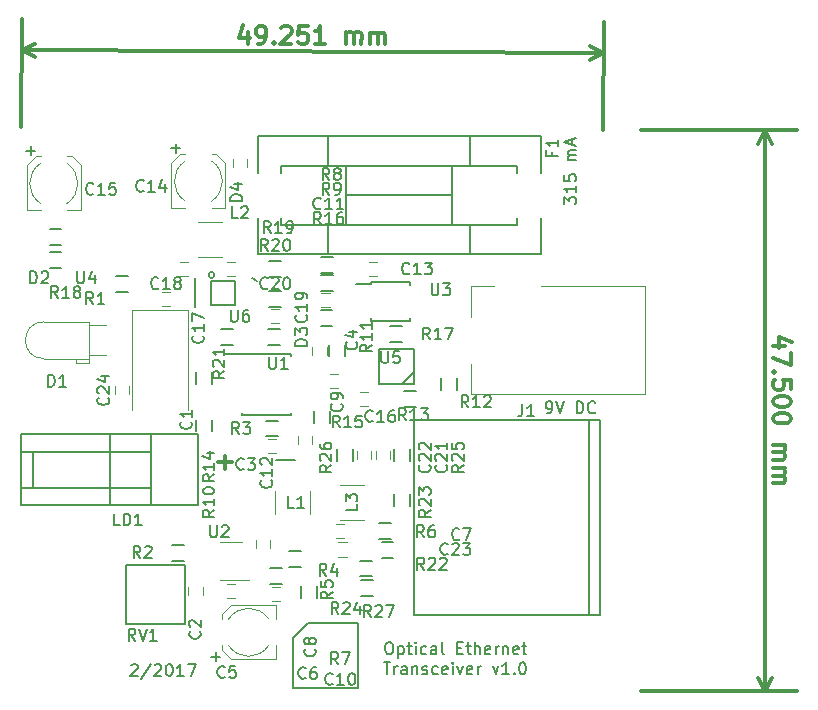
<source format=gto>
G04 #@! TF.FileFunction,Legend,Top*
%FSLAX46Y46*%
G04 Gerber Fmt 4.6, Leading zero omitted, Abs format (unit mm)*
G04 Created by KiCad (PCBNEW 4.0.5) date Sun Feb  5 17:43:36 2017*
%MOMM*%
%LPD*%
G01*
G04 APERTURE LIST*
%ADD10C,0.100000*%
%ADD11C,0.200000*%
%ADD12C,0.300000*%
%ADD13C,0.120000*%
%ADD14C,0.150000*%
G04 APERTURE END LIST*
D10*
D11*
X154750000Y-97500000D02*
X154750000Y-95000000D01*
X159500000Y-95000000D02*
X160000000Y-95250000D01*
D12*
X156678572Y-110607143D02*
X157821429Y-110607143D01*
X157250000Y-111178571D02*
X157250000Y-110035714D01*
D11*
X149285714Y-127797619D02*
X149333333Y-127750000D01*
X149428571Y-127702381D01*
X149666667Y-127702381D01*
X149761905Y-127750000D01*
X149809524Y-127797619D01*
X149857143Y-127892857D01*
X149857143Y-127988095D01*
X149809524Y-128130952D01*
X149238095Y-128702381D01*
X149857143Y-128702381D01*
X151000000Y-127654762D02*
X150142857Y-128940476D01*
X151285714Y-127797619D02*
X151333333Y-127750000D01*
X151428571Y-127702381D01*
X151666667Y-127702381D01*
X151761905Y-127750000D01*
X151809524Y-127797619D01*
X151857143Y-127892857D01*
X151857143Y-127988095D01*
X151809524Y-128130952D01*
X151238095Y-128702381D01*
X151857143Y-128702381D01*
X152476190Y-127702381D02*
X152571429Y-127702381D01*
X152666667Y-127750000D01*
X152714286Y-127797619D01*
X152761905Y-127892857D01*
X152809524Y-128083333D01*
X152809524Y-128321429D01*
X152761905Y-128511905D01*
X152714286Y-128607143D01*
X152666667Y-128654762D01*
X152571429Y-128702381D01*
X152476190Y-128702381D01*
X152380952Y-128654762D01*
X152333333Y-128607143D01*
X152285714Y-128511905D01*
X152238095Y-128321429D01*
X152238095Y-128083333D01*
X152285714Y-127892857D01*
X152333333Y-127797619D01*
X152380952Y-127750000D01*
X152476190Y-127702381D01*
X153761905Y-128702381D02*
X153190476Y-128702381D01*
X153476190Y-128702381D02*
X153476190Y-127702381D01*
X153380952Y-127845238D01*
X153285714Y-127940476D01*
X153190476Y-127988095D01*
X154095238Y-127702381D02*
X154761905Y-127702381D01*
X154333333Y-128702381D01*
X168500000Y-129750000D02*
X167250000Y-129750000D01*
X168500000Y-129500000D02*
X168500000Y-129750000D01*
X168500000Y-124250000D02*
X168500000Y-129500000D01*
X167250000Y-124250000D02*
X168500000Y-124250000D01*
X161600000Y-110400000D02*
X163200000Y-110400000D01*
D12*
X159166588Y-74168228D02*
X159161512Y-75168215D01*
X158812351Y-73594994D02*
X158449774Y-74664596D01*
X159378334Y-74669309D01*
X160018643Y-75172566D02*
X160304355Y-75174016D01*
X160447572Y-75103314D01*
X160519362Y-75032249D01*
X160663306Y-74818692D01*
X160736183Y-74533343D01*
X160739084Y-73961922D01*
X160668382Y-73818704D01*
X160597317Y-73746914D01*
X160454824Y-73674761D01*
X160169114Y-73673310D01*
X160025895Y-73744013D01*
X159954105Y-73815079D01*
X159881952Y-73957571D01*
X159880139Y-74314710D01*
X159950842Y-74457927D01*
X160021907Y-74529717D01*
X160164400Y-74601870D01*
X160450110Y-74603321D01*
X160593328Y-74532618D01*
X160665119Y-74461553D01*
X160737271Y-74319061D01*
X161376494Y-75036600D02*
X161447559Y-75108390D01*
X161375769Y-75179455D01*
X161304703Y-75107665D01*
X161376494Y-75036600D01*
X161375769Y-75179455D01*
X162025507Y-73825593D02*
X162097297Y-73754528D01*
X162240515Y-73683825D01*
X162597653Y-73685638D01*
X162740146Y-73757791D01*
X162811211Y-73829582D01*
X162881913Y-73972799D01*
X162881188Y-74115655D01*
X162808673Y-74329575D01*
X161947190Y-75182355D01*
X162875750Y-75187069D01*
X164240489Y-73693977D02*
X163526212Y-73690351D01*
X163451159Y-74404266D01*
X163522949Y-74333201D01*
X163666167Y-74262498D01*
X164023305Y-74264311D01*
X164165798Y-74336464D01*
X164236863Y-74408254D01*
X164307565Y-74551472D01*
X164305752Y-74908610D01*
X164233600Y-75051103D01*
X164161810Y-75122168D01*
X164018592Y-75192870D01*
X163661453Y-75191057D01*
X163518961Y-75118905D01*
X163447895Y-75047114D01*
X165732855Y-75201572D02*
X164875723Y-75197221D01*
X165304289Y-75199396D02*
X165311903Y-73699416D01*
X165167960Y-73912974D01*
X165024379Y-74055104D01*
X164881161Y-74125807D01*
X167518546Y-75210636D02*
X167523622Y-74210649D01*
X167522897Y-74353505D02*
X167594686Y-74282440D01*
X167737905Y-74211737D01*
X167952187Y-74212825D01*
X168094680Y-74284978D01*
X168165383Y-74428196D01*
X168161394Y-75213900D01*
X168165383Y-74428196D02*
X168237536Y-74285703D01*
X168380754Y-74215000D01*
X168595036Y-74216088D01*
X168737530Y-74288241D01*
X168808231Y-74431459D01*
X168804243Y-75217163D01*
X169518520Y-75220788D02*
X169523596Y-74220801D01*
X169522871Y-74363658D02*
X169594661Y-74292592D01*
X169737879Y-74221889D01*
X169952162Y-74222977D01*
X170094654Y-74295130D01*
X170165357Y-74438348D01*
X170161369Y-75224052D01*
X170165357Y-74438348D02*
X170237510Y-74295855D01*
X170380728Y-74225152D01*
X170595010Y-74226240D01*
X170737504Y-74298393D01*
X170808206Y-74441611D01*
X170804217Y-75227315D01*
X189283033Y-75992554D02*
X140033033Y-75742554D01*
X189250000Y-82500000D02*
X189296738Y-73292589D01*
X140000000Y-82250000D02*
X140046738Y-73042589D01*
X140033033Y-75742554D02*
X141162499Y-75161859D01*
X140033033Y-75742554D02*
X141156546Y-76334685D01*
X189283033Y-75992554D02*
X188159520Y-75400423D01*
X189283033Y-75992554D02*
X188153567Y-76573249D01*
D11*
X185952381Y-88761905D02*
X185952381Y-88142857D01*
X186333333Y-88476191D01*
X186333333Y-88333333D01*
X186380952Y-88238095D01*
X186428571Y-88190476D01*
X186523810Y-88142857D01*
X186761905Y-88142857D01*
X186857143Y-88190476D01*
X186904762Y-88238095D01*
X186952381Y-88333333D01*
X186952381Y-88619048D01*
X186904762Y-88714286D01*
X186857143Y-88761905D01*
X186952381Y-87190476D02*
X186952381Y-87761905D01*
X186952381Y-87476191D02*
X185952381Y-87476191D01*
X186095238Y-87571429D01*
X186190476Y-87666667D01*
X186238095Y-87761905D01*
X185952381Y-86285714D02*
X185952381Y-86761905D01*
X186428571Y-86809524D01*
X186380952Y-86761905D01*
X186333333Y-86666667D01*
X186333333Y-86428571D01*
X186380952Y-86333333D01*
X186428571Y-86285714D01*
X186523810Y-86238095D01*
X186761905Y-86238095D01*
X186857143Y-86285714D01*
X186904762Y-86333333D01*
X186952381Y-86428571D01*
X186952381Y-86666667D01*
X186904762Y-86761905D01*
X186857143Y-86809524D01*
X186952381Y-85047619D02*
X186285714Y-85047619D01*
X186380952Y-85047619D02*
X186333333Y-85000000D01*
X186285714Y-84904762D01*
X186285714Y-84761904D01*
X186333333Y-84666666D01*
X186428571Y-84619047D01*
X186952381Y-84619047D01*
X186428571Y-84619047D02*
X186333333Y-84571428D01*
X186285714Y-84476190D01*
X186285714Y-84333333D01*
X186333333Y-84238095D01*
X186428571Y-84190476D01*
X186952381Y-84190476D01*
X186666667Y-83761905D02*
X186666667Y-83285714D01*
X186952381Y-83857143D02*
X185952381Y-83523810D01*
X186952381Y-83190476D01*
X171059522Y-125852381D02*
X171249999Y-125852381D01*
X171345237Y-125900000D01*
X171440475Y-125995238D01*
X171488094Y-126185714D01*
X171488094Y-126519048D01*
X171440475Y-126709524D01*
X171345237Y-126804762D01*
X171249999Y-126852381D01*
X171059522Y-126852381D01*
X170964284Y-126804762D01*
X170869046Y-126709524D01*
X170821427Y-126519048D01*
X170821427Y-126185714D01*
X170869046Y-125995238D01*
X170964284Y-125900000D01*
X171059522Y-125852381D01*
X171916665Y-126185714D02*
X171916665Y-127185714D01*
X171916665Y-126233333D02*
X172011903Y-126185714D01*
X172202380Y-126185714D01*
X172297618Y-126233333D01*
X172345237Y-126280952D01*
X172392856Y-126376190D01*
X172392856Y-126661905D01*
X172345237Y-126757143D01*
X172297618Y-126804762D01*
X172202380Y-126852381D01*
X172011903Y-126852381D01*
X171916665Y-126804762D01*
X172678570Y-126185714D02*
X173059522Y-126185714D01*
X172821427Y-125852381D02*
X172821427Y-126709524D01*
X172869046Y-126804762D01*
X172964284Y-126852381D01*
X173059522Y-126852381D01*
X173392856Y-126852381D02*
X173392856Y-126185714D01*
X173392856Y-125852381D02*
X173345237Y-125900000D01*
X173392856Y-125947619D01*
X173440475Y-125900000D01*
X173392856Y-125852381D01*
X173392856Y-125947619D01*
X174297618Y-126804762D02*
X174202380Y-126852381D01*
X174011903Y-126852381D01*
X173916665Y-126804762D01*
X173869046Y-126757143D01*
X173821427Y-126661905D01*
X173821427Y-126376190D01*
X173869046Y-126280952D01*
X173916665Y-126233333D01*
X174011903Y-126185714D01*
X174202380Y-126185714D01*
X174297618Y-126233333D01*
X175154761Y-126852381D02*
X175154761Y-126328571D01*
X175107142Y-126233333D01*
X175011904Y-126185714D01*
X174821427Y-126185714D01*
X174726189Y-126233333D01*
X175154761Y-126804762D02*
X175059523Y-126852381D01*
X174821427Y-126852381D01*
X174726189Y-126804762D01*
X174678570Y-126709524D01*
X174678570Y-126614286D01*
X174726189Y-126519048D01*
X174821427Y-126471429D01*
X175059523Y-126471429D01*
X175154761Y-126423810D01*
X175773808Y-126852381D02*
X175678570Y-126804762D01*
X175630951Y-126709524D01*
X175630951Y-125852381D01*
X176916666Y-126328571D02*
X177250000Y-126328571D01*
X177392857Y-126852381D02*
X176916666Y-126852381D01*
X176916666Y-125852381D01*
X177392857Y-125852381D01*
X177678571Y-126185714D02*
X178059523Y-126185714D01*
X177821428Y-125852381D02*
X177821428Y-126709524D01*
X177869047Y-126804762D01*
X177964285Y-126852381D01*
X178059523Y-126852381D01*
X178392857Y-126852381D02*
X178392857Y-125852381D01*
X178821429Y-126852381D02*
X178821429Y-126328571D01*
X178773810Y-126233333D01*
X178678572Y-126185714D01*
X178535714Y-126185714D01*
X178440476Y-126233333D01*
X178392857Y-126280952D01*
X179678572Y-126804762D02*
X179583334Y-126852381D01*
X179392857Y-126852381D01*
X179297619Y-126804762D01*
X179250000Y-126709524D01*
X179250000Y-126328571D01*
X179297619Y-126233333D01*
X179392857Y-126185714D01*
X179583334Y-126185714D01*
X179678572Y-126233333D01*
X179726191Y-126328571D01*
X179726191Y-126423810D01*
X179250000Y-126519048D01*
X180154762Y-126852381D02*
X180154762Y-126185714D01*
X180154762Y-126376190D02*
X180202381Y-126280952D01*
X180250000Y-126233333D01*
X180345238Y-126185714D01*
X180440477Y-126185714D01*
X180773810Y-126185714D02*
X180773810Y-126852381D01*
X180773810Y-126280952D02*
X180821429Y-126233333D01*
X180916667Y-126185714D01*
X181059525Y-126185714D01*
X181154763Y-126233333D01*
X181202382Y-126328571D01*
X181202382Y-126852381D01*
X182059525Y-126804762D02*
X181964287Y-126852381D01*
X181773810Y-126852381D01*
X181678572Y-126804762D01*
X181630953Y-126709524D01*
X181630953Y-126328571D01*
X181678572Y-126233333D01*
X181773810Y-126185714D01*
X181964287Y-126185714D01*
X182059525Y-126233333D01*
X182107144Y-126328571D01*
X182107144Y-126423810D01*
X181630953Y-126519048D01*
X182392858Y-126185714D02*
X182773810Y-126185714D01*
X182535715Y-125852381D02*
X182535715Y-126709524D01*
X182583334Y-126804762D01*
X182678572Y-126852381D01*
X182773810Y-126852381D01*
X170678571Y-127552381D02*
X171250000Y-127552381D01*
X170964285Y-128552381D02*
X170964285Y-127552381D01*
X171583333Y-128552381D02*
X171583333Y-127885714D01*
X171583333Y-128076190D02*
X171630952Y-127980952D01*
X171678571Y-127933333D01*
X171773809Y-127885714D01*
X171869048Y-127885714D01*
X172630953Y-128552381D02*
X172630953Y-128028571D01*
X172583334Y-127933333D01*
X172488096Y-127885714D01*
X172297619Y-127885714D01*
X172202381Y-127933333D01*
X172630953Y-128504762D02*
X172535715Y-128552381D01*
X172297619Y-128552381D01*
X172202381Y-128504762D01*
X172154762Y-128409524D01*
X172154762Y-128314286D01*
X172202381Y-128219048D01*
X172297619Y-128171429D01*
X172535715Y-128171429D01*
X172630953Y-128123810D01*
X173107143Y-127885714D02*
X173107143Y-128552381D01*
X173107143Y-127980952D02*
X173154762Y-127933333D01*
X173250000Y-127885714D01*
X173392858Y-127885714D01*
X173488096Y-127933333D01*
X173535715Y-128028571D01*
X173535715Y-128552381D01*
X173964286Y-128504762D02*
X174059524Y-128552381D01*
X174250000Y-128552381D01*
X174345239Y-128504762D01*
X174392858Y-128409524D01*
X174392858Y-128361905D01*
X174345239Y-128266667D01*
X174250000Y-128219048D01*
X174107143Y-128219048D01*
X174011905Y-128171429D01*
X173964286Y-128076190D01*
X173964286Y-128028571D01*
X174011905Y-127933333D01*
X174107143Y-127885714D01*
X174250000Y-127885714D01*
X174345239Y-127933333D01*
X175250001Y-128504762D02*
X175154763Y-128552381D01*
X174964286Y-128552381D01*
X174869048Y-128504762D01*
X174821429Y-128457143D01*
X174773810Y-128361905D01*
X174773810Y-128076190D01*
X174821429Y-127980952D01*
X174869048Y-127933333D01*
X174964286Y-127885714D01*
X175154763Y-127885714D01*
X175250001Y-127933333D01*
X176059525Y-128504762D02*
X175964287Y-128552381D01*
X175773810Y-128552381D01*
X175678572Y-128504762D01*
X175630953Y-128409524D01*
X175630953Y-128028571D01*
X175678572Y-127933333D01*
X175773810Y-127885714D01*
X175964287Y-127885714D01*
X176059525Y-127933333D01*
X176107144Y-128028571D01*
X176107144Y-128123810D01*
X175630953Y-128219048D01*
X176535715Y-128552381D02*
X176535715Y-127885714D01*
X176535715Y-127552381D02*
X176488096Y-127600000D01*
X176535715Y-127647619D01*
X176583334Y-127600000D01*
X176535715Y-127552381D01*
X176535715Y-127647619D01*
X176916667Y-127885714D02*
X177154762Y-128552381D01*
X177392858Y-127885714D01*
X178154763Y-128504762D02*
X178059525Y-128552381D01*
X177869048Y-128552381D01*
X177773810Y-128504762D01*
X177726191Y-128409524D01*
X177726191Y-128028571D01*
X177773810Y-127933333D01*
X177869048Y-127885714D01*
X178059525Y-127885714D01*
X178154763Y-127933333D01*
X178202382Y-128028571D01*
X178202382Y-128123810D01*
X177726191Y-128219048D01*
X178630953Y-128552381D02*
X178630953Y-127885714D01*
X178630953Y-128076190D02*
X178678572Y-127980952D01*
X178726191Y-127933333D01*
X178821429Y-127885714D01*
X178916668Y-127885714D01*
X179916668Y-127885714D02*
X180154763Y-128552381D01*
X180392859Y-127885714D01*
X181297621Y-128552381D02*
X180726192Y-128552381D01*
X181011906Y-128552381D02*
X181011906Y-127552381D01*
X180916668Y-127695238D01*
X180821430Y-127790476D01*
X180726192Y-127838095D01*
X181726192Y-128457143D02*
X181773811Y-128504762D01*
X181726192Y-128552381D01*
X181678573Y-128504762D01*
X181726192Y-128457143D01*
X181726192Y-128552381D01*
X182392858Y-127552381D02*
X182488097Y-127552381D01*
X182583335Y-127600000D01*
X182630954Y-127647619D01*
X182678573Y-127742857D01*
X182726192Y-127933333D01*
X182726192Y-128171429D01*
X182678573Y-128361905D01*
X182630954Y-128457143D01*
X182583335Y-128504762D01*
X182488097Y-128552381D01*
X182392858Y-128552381D01*
X182297620Y-128504762D01*
X182250001Y-128457143D01*
X182202382Y-128361905D01*
X182154763Y-128171429D01*
X182154763Y-127933333D01*
X182202382Y-127742857D01*
X182250001Y-127647619D01*
X182297620Y-127600000D01*
X182392858Y-127552381D01*
X184500000Y-106452381D02*
X184690476Y-106452381D01*
X184785715Y-106404762D01*
X184833334Y-106357143D01*
X184928572Y-106214286D01*
X184976191Y-106023810D01*
X184976191Y-105642857D01*
X184928572Y-105547619D01*
X184880953Y-105500000D01*
X184785715Y-105452381D01*
X184595238Y-105452381D01*
X184500000Y-105500000D01*
X184452381Y-105547619D01*
X184404762Y-105642857D01*
X184404762Y-105880952D01*
X184452381Y-105976190D01*
X184500000Y-106023810D01*
X184595238Y-106071429D01*
X184785715Y-106071429D01*
X184880953Y-106023810D01*
X184928572Y-105976190D01*
X184976191Y-105880952D01*
X185261905Y-105452381D02*
X185595238Y-106452381D01*
X185928572Y-105452381D01*
X187023810Y-106452381D02*
X187023810Y-105452381D01*
X187261905Y-105452381D01*
X187404763Y-105500000D01*
X187500001Y-105595238D01*
X187547620Y-105690476D01*
X187595239Y-105880952D01*
X187595239Y-106023810D01*
X187547620Y-106214286D01*
X187500001Y-106309524D01*
X187404763Y-106404762D01*
X187261905Y-106452381D01*
X187023810Y-106452381D01*
X188595239Y-106357143D02*
X188547620Y-106404762D01*
X188404763Y-106452381D01*
X188309525Y-106452381D01*
X188166667Y-106404762D01*
X188071429Y-106309524D01*
X188023810Y-106214286D01*
X187976191Y-106023810D01*
X187976191Y-105880952D01*
X188023810Y-105690476D01*
X188071429Y-105595238D01*
X188166667Y-105500000D01*
X188309525Y-105452381D01*
X188404763Y-105452381D01*
X188547620Y-105500000D01*
X188595239Y-105547619D01*
X163000000Y-125500000D02*
X163250000Y-125250000D01*
X163000000Y-129750000D02*
X163000000Y-125500000D01*
X167250000Y-129750000D02*
X163000000Y-129750000D01*
X164250000Y-124250000D02*
X167250000Y-124250000D01*
X163250000Y-125250000D02*
X164250000Y-124250000D01*
D12*
X204671429Y-100750001D02*
X203671429Y-100750001D01*
X205242857Y-100392858D02*
X204171429Y-100035715D01*
X204171429Y-100964287D01*
X205171429Y-101392858D02*
X205171429Y-102392858D01*
X203671429Y-101750001D01*
X203814286Y-102964286D02*
X203742857Y-103035714D01*
X203671429Y-102964286D01*
X203742857Y-102892857D01*
X203814286Y-102964286D01*
X203671429Y-102964286D01*
X205171429Y-104392858D02*
X205171429Y-103678572D01*
X204457143Y-103607143D01*
X204528571Y-103678572D01*
X204600000Y-103821429D01*
X204600000Y-104178572D01*
X204528571Y-104321429D01*
X204457143Y-104392858D01*
X204314286Y-104464286D01*
X203957143Y-104464286D01*
X203814286Y-104392858D01*
X203742857Y-104321429D01*
X203671429Y-104178572D01*
X203671429Y-103821429D01*
X203742857Y-103678572D01*
X203814286Y-103607143D01*
X205171429Y-105392857D02*
X205171429Y-105535714D01*
X205100000Y-105678571D01*
X205028571Y-105750000D01*
X204885714Y-105821429D01*
X204600000Y-105892857D01*
X204242857Y-105892857D01*
X203957143Y-105821429D01*
X203814286Y-105750000D01*
X203742857Y-105678571D01*
X203671429Y-105535714D01*
X203671429Y-105392857D01*
X203742857Y-105250000D01*
X203814286Y-105178571D01*
X203957143Y-105107143D01*
X204242857Y-105035714D01*
X204600000Y-105035714D01*
X204885714Y-105107143D01*
X205028571Y-105178571D01*
X205100000Y-105250000D01*
X205171429Y-105392857D01*
X205171429Y-106821428D02*
X205171429Y-106964285D01*
X205100000Y-107107142D01*
X205028571Y-107178571D01*
X204885714Y-107250000D01*
X204600000Y-107321428D01*
X204242857Y-107321428D01*
X203957143Y-107250000D01*
X203814286Y-107178571D01*
X203742857Y-107107142D01*
X203671429Y-106964285D01*
X203671429Y-106821428D01*
X203742857Y-106678571D01*
X203814286Y-106607142D01*
X203957143Y-106535714D01*
X204242857Y-106464285D01*
X204600000Y-106464285D01*
X204885714Y-106535714D01*
X205028571Y-106607142D01*
X205100000Y-106678571D01*
X205171429Y-106821428D01*
X203671429Y-109107142D02*
X204671429Y-109107142D01*
X204528571Y-109107142D02*
X204600000Y-109178570D01*
X204671429Y-109321428D01*
X204671429Y-109535713D01*
X204600000Y-109678570D01*
X204457143Y-109749999D01*
X203671429Y-109749999D01*
X204457143Y-109749999D02*
X204600000Y-109821428D01*
X204671429Y-109964285D01*
X204671429Y-110178570D01*
X204600000Y-110321428D01*
X204457143Y-110392856D01*
X203671429Y-110392856D01*
X203671429Y-111107142D02*
X204671429Y-111107142D01*
X204528571Y-111107142D02*
X204600000Y-111178570D01*
X204671429Y-111321428D01*
X204671429Y-111535713D01*
X204600000Y-111678570D01*
X204457143Y-111749999D01*
X203671429Y-111749999D01*
X204457143Y-111749999D02*
X204600000Y-111821428D01*
X204671429Y-111964285D01*
X204671429Y-112178570D01*
X204600000Y-112321428D01*
X204457143Y-112392856D01*
X203671429Y-112392856D01*
X203000000Y-82500000D02*
X203000000Y-130000000D01*
X192500000Y-82500000D02*
X205700000Y-82500000D01*
X192500000Y-130000000D02*
X205700000Y-130000000D01*
X203000000Y-130000000D02*
X202413579Y-128873496D01*
X203000000Y-130000000D02*
X203586421Y-128873496D01*
X203000000Y-82500000D02*
X202413579Y-83626504D01*
X203000000Y-82500000D02*
X203586421Y-83626504D01*
D13*
X152600000Y-97350000D02*
X151900000Y-97350000D01*
X151900000Y-96150000D02*
X152600000Y-96150000D01*
X154150000Y-97750000D02*
X154150000Y-106150000D01*
X149350000Y-97750000D02*
X149350000Y-106150000D01*
X154150000Y-97750000D02*
X149350000Y-97750000D01*
D14*
X142400000Y-90825000D02*
X143400000Y-90825000D01*
X143400000Y-92175000D02*
X142400000Y-92175000D01*
D13*
X161150000Y-97650000D02*
X161850000Y-97650000D01*
X161850000Y-98850000D02*
X161150000Y-98850000D01*
D14*
X172250000Y-104000000D02*
X173250000Y-103000000D01*
X173250000Y-104000000D02*
X170250000Y-104000000D01*
X173250000Y-101000000D02*
X173250000Y-104000000D01*
X170250000Y-101000000D02*
X173250000Y-101000000D01*
X170250000Y-104000000D02*
X170250000Y-101000000D01*
D13*
X155350000Y-121150000D02*
X155350000Y-121850000D01*
X154150000Y-121850000D02*
X154150000Y-121150000D01*
X161600000Y-109850000D02*
X160900000Y-109850000D01*
X160900000Y-108650000D02*
X161600000Y-108650000D01*
X165850000Y-100850000D02*
X165850000Y-101550000D01*
X164650000Y-101550000D02*
X164650000Y-100850000D01*
X157546401Y-126114855D02*
G75*
G03X160951800Y-126117600I1703599J1114855D01*
G01*
X160951800Y-123882400D02*
G75*
G03X157548200Y-123882400I-1701800J-1117600D01*
G01*
X156964000Y-126524000D02*
X156964000Y-126117600D01*
X161536000Y-127286000D02*
X161536000Y-126117600D01*
X161536000Y-122714000D02*
X161536000Y-123882400D01*
X156964000Y-123476000D02*
X156964000Y-123882400D01*
X157726000Y-127286000D02*
X161536000Y-127286000D01*
X157726000Y-127286000D02*
X156964000Y-126524000D01*
X157726000Y-122714000D02*
X161536000Y-122714000D01*
X157726000Y-122714000D02*
X156964000Y-123476000D01*
X157400000Y-120900000D02*
X158100000Y-120900000D01*
X158100000Y-122100000D02*
X157400000Y-122100000D01*
X166650000Y-115800000D02*
X167350000Y-115800000D01*
X167350000Y-117000000D02*
X166650000Y-117000000D01*
X159900000Y-117850000D02*
X159900000Y-117150000D01*
X161100000Y-117150000D02*
X161100000Y-117850000D01*
X166850000Y-104350000D02*
X166150000Y-104350000D01*
X166150000Y-103150000D02*
X166850000Y-103150000D01*
X161900000Y-122350000D02*
X161200000Y-122350000D01*
X161200000Y-121150000D02*
X161900000Y-121150000D01*
X165400000Y-96300000D02*
X166100000Y-96300000D01*
X166100000Y-97500000D02*
X165400000Y-97500000D01*
X163400000Y-109100000D02*
X163400000Y-108400000D01*
X164600000Y-108400000D02*
X164600000Y-109100000D01*
X169450000Y-93650000D02*
X170150000Y-93650000D01*
X170150000Y-94850000D02*
X169450000Y-94850000D01*
X153885145Y-85096401D02*
G75*
G03X153882400Y-88501800I1114855J-1703599D01*
G01*
X156117600Y-88501800D02*
G75*
G03X156117600Y-85098200I-1117600J1701800D01*
G01*
X153476000Y-84514000D02*
X153882400Y-84514000D01*
X152714000Y-89086000D02*
X153882400Y-89086000D01*
X157286000Y-89086000D02*
X156117600Y-89086000D01*
X156524000Y-84514000D02*
X156117600Y-84514000D01*
X152714000Y-85276000D02*
X152714000Y-89086000D01*
X152714000Y-85276000D02*
X153476000Y-84514000D01*
X157286000Y-85276000D02*
X157286000Y-89086000D01*
X157286000Y-85276000D02*
X156524000Y-84514000D01*
X141635145Y-85296401D02*
G75*
G03X141632400Y-88701800I1114855J-1703599D01*
G01*
X143867600Y-88701800D02*
G75*
G03X143867600Y-85298200I-1117600J1701800D01*
G01*
X141226000Y-84714000D02*
X141632400Y-84714000D01*
X140464000Y-89286000D02*
X141632400Y-89286000D01*
X145036000Y-89286000D02*
X143867600Y-89286000D01*
X144274000Y-84714000D02*
X143867600Y-84714000D01*
X140464000Y-85476000D02*
X140464000Y-89286000D01*
X140464000Y-85476000D02*
X141226000Y-84714000D01*
X145036000Y-85476000D02*
X145036000Y-89286000D01*
X145036000Y-85476000D02*
X144274000Y-84714000D01*
X169350000Y-105850000D02*
X168650000Y-105850000D01*
X168650000Y-104650000D02*
X169350000Y-104650000D01*
X154100000Y-94850000D02*
X153400000Y-94850000D01*
X153400000Y-93650000D02*
X154100000Y-93650000D01*
X157400000Y-93650000D02*
X158100000Y-93650000D01*
X158100000Y-94850000D02*
X157400000Y-94850000D01*
X184000000Y-95650000D02*
X192800000Y-95650000D01*
X192800000Y-95650000D02*
X192800000Y-104850000D01*
X178100000Y-98350000D02*
X178100000Y-95650000D01*
X178100000Y-95650000D02*
X180000000Y-95650000D01*
X192800000Y-104850000D02*
X178100000Y-104850000D01*
X178100000Y-104850000D02*
X178100000Y-102250000D01*
X141910000Y-101830000D02*
G75*
G02X141910000Y-98710000I0J1560000D01*
G01*
X145770000Y-98710000D02*
X141910000Y-98710000D01*
X145770000Y-101830000D02*
X141910000Y-101830000D01*
X145770000Y-98710000D02*
X145770000Y-101830000D01*
X145770000Y-102230000D02*
X144650000Y-102230000D01*
X144650000Y-102230000D02*
X144650000Y-101830000D01*
X144650000Y-101830000D02*
X145770000Y-101830000D01*
X145770000Y-101830000D02*
X145770000Y-102230000D01*
X147170000Y-99000000D02*
X145770000Y-99000000D01*
X145770000Y-99000000D02*
X145770000Y-99000000D01*
X145770000Y-99000000D02*
X147170000Y-99000000D01*
X147170000Y-99000000D02*
X147170000Y-99000000D01*
X147170000Y-101540000D02*
X145770000Y-101540000D01*
X145770000Y-101540000D02*
X145770000Y-101540000D01*
X145770000Y-101540000D02*
X147170000Y-101540000D01*
X147170000Y-101540000D02*
X147170000Y-101540000D01*
D14*
X161900000Y-100675000D02*
X160900000Y-100675000D01*
X160900000Y-99325000D02*
X161900000Y-99325000D01*
X166000520Y-85500640D02*
X166000520Y-82998740D01*
X166000520Y-93001260D02*
X166000520Y-90499360D01*
X177999480Y-93001260D02*
X177999480Y-90499360D01*
X177999480Y-82998740D02*
X177999480Y-85500640D01*
X167499120Y-88000000D02*
X176500880Y-88000000D01*
X167499120Y-85500640D02*
X167499120Y-90499360D01*
X176500880Y-85500640D02*
X176500880Y-90499360D01*
X181999980Y-86100080D02*
X181999980Y-85500640D01*
X162000020Y-89899920D02*
X162000020Y-90499360D01*
X162000020Y-90499360D02*
X181999980Y-90499360D01*
X181999980Y-90499360D02*
X181999980Y-89899920D01*
X181999980Y-85500640D02*
X162000020Y-85500640D01*
X162000020Y-85500640D02*
X162000020Y-86100080D01*
X183998960Y-86100080D02*
X183998960Y-82998740D01*
X160001040Y-89899920D02*
X160001040Y-93001260D01*
X160001040Y-93001260D02*
X183998960Y-93001260D01*
X183998960Y-93001260D02*
X183998960Y-89899920D01*
X183998960Y-82998740D02*
X160001040Y-82998740D01*
X160001040Y-82998740D02*
X160001040Y-86100080D01*
X152750000Y-117575000D02*
X153750000Y-117575000D01*
X153750000Y-118925000D02*
X152750000Y-118925000D01*
X160750000Y-107075000D02*
X161750000Y-107075000D01*
X161750000Y-108425000D02*
X160750000Y-108425000D01*
X163700000Y-119475000D02*
X162700000Y-119475000D01*
X162700000Y-118125000D02*
X163700000Y-118125000D01*
X163725000Y-122100000D02*
X163725000Y-121100000D01*
X165075000Y-121100000D02*
X165075000Y-122100000D01*
X171300000Y-117075000D02*
X170300000Y-117075000D01*
X170300000Y-115725000D02*
X171300000Y-115725000D01*
X162100000Y-120925000D02*
X161100000Y-120925000D01*
X161100000Y-119575000D02*
X162100000Y-119575000D01*
X165400000Y-93225000D02*
X166400000Y-93225000D01*
X166400000Y-94575000D02*
X165400000Y-94575000D01*
X166400000Y-96075000D02*
X165400000Y-96075000D01*
X165400000Y-94725000D02*
X166400000Y-94725000D01*
X156175000Y-107000000D02*
X156175000Y-108000000D01*
X154825000Y-108000000D02*
X154825000Y-107000000D01*
X166075000Y-101650000D02*
X166075000Y-100650000D01*
X167425000Y-100650000D02*
X167425000Y-101650000D01*
X176925000Y-103500000D02*
X176925000Y-104500000D01*
X175575000Y-104500000D02*
X175575000Y-103500000D01*
X172400000Y-104575000D02*
X173400000Y-104575000D01*
X173400000Y-105925000D02*
X172400000Y-105925000D01*
X156175000Y-103000000D02*
X156175000Y-104000000D01*
X154825000Y-104000000D02*
X154825000Y-103000000D01*
X164825000Y-107250000D02*
X164825000Y-106250000D01*
X166175000Y-106250000D02*
X166175000Y-107250000D01*
X165350000Y-97725000D02*
X166350000Y-97725000D01*
X166350000Y-99075000D02*
X165350000Y-99075000D01*
X171250000Y-99075000D02*
X172250000Y-99075000D01*
X172250000Y-100425000D02*
X171250000Y-100425000D01*
X142400000Y-92825000D02*
X143400000Y-92825000D01*
X143400000Y-94175000D02*
X142400000Y-94175000D01*
X162000000Y-94925000D02*
X161000000Y-94925000D01*
X161000000Y-93575000D02*
X162000000Y-93575000D01*
X162000000Y-97425000D02*
X161000000Y-97425000D01*
X161000000Y-96075000D02*
X162000000Y-96075000D01*
X157900000Y-100675000D02*
X156900000Y-100675000D01*
X156900000Y-99325000D02*
X157900000Y-99325000D01*
X158675000Y-101425000D02*
X158675000Y-101475000D01*
X162825000Y-101425000D02*
X162825000Y-101570000D01*
X162825000Y-106575000D02*
X162825000Y-106430000D01*
X158675000Y-106575000D02*
X158675000Y-106430000D01*
X158675000Y-101425000D02*
X162825000Y-101425000D01*
X158675000Y-106575000D02*
X162825000Y-106575000D01*
X158675000Y-101475000D02*
X157275000Y-101475000D01*
D13*
X158650000Y-117390000D02*
X156850000Y-117390000D01*
X156850000Y-120610000D02*
X159300000Y-120610000D01*
D14*
X169575000Y-95325000D02*
X169575000Y-95500000D01*
X172925000Y-95325000D02*
X172925000Y-95575000D01*
X172925000Y-98675000D02*
X172925000Y-98425000D01*
X169575000Y-98675000D02*
X169575000Y-98425000D01*
X169575000Y-95325000D02*
X172925000Y-95325000D01*
X169575000Y-98675000D02*
X172925000Y-98675000D01*
X169575000Y-95500000D02*
X168325000Y-95500000D01*
X156350000Y-94750000D02*
G75*
G03X156350000Y-94750000I-250000J0D01*
G01*
X156100000Y-97250000D02*
X156100000Y-95250000D01*
X158100000Y-97250000D02*
X156100000Y-97250000D01*
X158100000Y-95250000D02*
X158100000Y-97250000D01*
X156100000Y-95250000D02*
X158100000Y-95250000D01*
D13*
X161525000Y-113000000D02*
X161525000Y-115000000D01*
X164475000Y-115000000D02*
X164475000Y-113000000D01*
X157000000Y-90275000D02*
X155000000Y-90275000D01*
X155000000Y-93225000D02*
X157000000Y-93225000D01*
D14*
X170500000Y-117325000D02*
X171500000Y-117325000D01*
X171500000Y-118675000D02*
X170500000Y-118675000D01*
X148900000Y-119300000D02*
X153900000Y-119300000D01*
X148900000Y-124300000D02*
X148900000Y-119300000D01*
X153900000Y-124300000D02*
X148900000Y-124300000D01*
X153900000Y-119300000D02*
X153900000Y-124300000D01*
X188110000Y-107000000D02*
X188110000Y-123500000D01*
X189010000Y-107000000D02*
X189010000Y-123500000D01*
X173260000Y-107000000D02*
X189010000Y-107000000D01*
X173260000Y-123500000D02*
X173260000Y-107000000D01*
X189010000Y-123500000D02*
X173260000Y-123500000D01*
D13*
X170000000Y-110350000D02*
X170000000Y-109650000D01*
X171200000Y-109650000D02*
X171200000Y-110350000D01*
X168400000Y-110350000D02*
X168400000Y-109650000D01*
X169600000Y-109650000D02*
X169600000Y-110350000D01*
X166850000Y-117400000D02*
X167550000Y-117400000D01*
X167550000Y-118600000D02*
X166850000Y-118600000D01*
X169000000Y-112525000D02*
X167000000Y-112525000D01*
X167000000Y-115475000D02*
X169000000Y-115475000D01*
D14*
X172875000Y-113300000D02*
X172875000Y-114300000D01*
X171525000Y-114300000D02*
X171525000Y-113300000D01*
X169700000Y-120275000D02*
X168700000Y-120275000D01*
X168700000Y-118925000D02*
X169700000Y-118925000D01*
X172875000Y-109500000D02*
X172875000Y-110500000D01*
X171525000Y-110500000D02*
X171525000Y-109500000D01*
X168075000Y-109500000D02*
X168075000Y-110500000D01*
X166725000Y-110500000D02*
X166725000Y-109500000D01*
D13*
X147900000Y-104850000D02*
X147900000Y-104150000D01*
X149100000Y-104150000D02*
X149100000Y-104850000D01*
D14*
X168750000Y-120575000D02*
X169750000Y-120575000D01*
X169750000Y-121925000D02*
X168750000Y-121925000D01*
D13*
X159100000Y-84900000D02*
X159100000Y-85600000D01*
X157900000Y-85600000D02*
X157900000Y-84900000D01*
D14*
X148000000Y-94825000D02*
X149000000Y-94825000D01*
X149000000Y-96175000D02*
X148000000Y-96175000D01*
X147500000Y-108250000D02*
X147500000Y-114250000D01*
X151000000Y-108250000D02*
X151000000Y-114250000D01*
X140000000Y-108250000D02*
X155000000Y-108250000D01*
X140000000Y-114250000D02*
X140000000Y-108250000D01*
X155000000Y-114250000D02*
X140000000Y-114250000D01*
X155000000Y-108250000D02*
X155000000Y-114250000D01*
X151000000Y-109750000D02*
X140000000Y-109750000D01*
X151000000Y-110250000D02*
X151000000Y-109750000D01*
X141000000Y-109750000D02*
X141000000Y-112750000D01*
X140000000Y-109750000D02*
X140000000Y-112750000D01*
X151000000Y-112750000D02*
X140000000Y-112750000D01*
X151000000Y-110250000D02*
X151000000Y-112750000D01*
X151607143Y-95857143D02*
X151559524Y-95904762D01*
X151416667Y-95952381D01*
X151321429Y-95952381D01*
X151178571Y-95904762D01*
X151083333Y-95809524D01*
X151035714Y-95714286D01*
X150988095Y-95523810D01*
X150988095Y-95380952D01*
X151035714Y-95190476D01*
X151083333Y-95095238D01*
X151178571Y-95000000D01*
X151321429Y-94952381D01*
X151416667Y-94952381D01*
X151559524Y-95000000D01*
X151607143Y-95047619D01*
X152559524Y-95952381D02*
X151988095Y-95952381D01*
X152273809Y-95952381D02*
X152273809Y-94952381D01*
X152178571Y-95095238D01*
X152083333Y-95190476D01*
X151988095Y-95238095D01*
X153130952Y-95380952D02*
X153035714Y-95333333D01*
X152988095Y-95285714D01*
X152940476Y-95190476D01*
X152940476Y-95142857D01*
X152988095Y-95047619D01*
X153035714Y-95000000D01*
X153130952Y-94952381D01*
X153321429Y-94952381D01*
X153416667Y-95000000D01*
X153464286Y-95047619D01*
X153511905Y-95142857D01*
X153511905Y-95190476D01*
X153464286Y-95285714D01*
X153416667Y-95333333D01*
X153321429Y-95380952D01*
X153130952Y-95380952D01*
X153035714Y-95428571D01*
X152988095Y-95476190D01*
X152940476Y-95571429D01*
X152940476Y-95761905D01*
X152988095Y-95857143D01*
X153035714Y-95904762D01*
X153130952Y-95952381D01*
X153321429Y-95952381D01*
X153416667Y-95904762D01*
X153464286Y-95857143D01*
X153511905Y-95761905D01*
X153511905Y-95571429D01*
X153464286Y-95476190D01*
X153416667Y-95428571D01*
X153321429Y-95380952D01*
X154357143Y-107166666D02*
X154404762Y-107214285D01*
X154452381Y-107357142D01*
X154452381Y-107452380D01*
X154404762Y-107595238D01*
X154309524Y-107690476D01*
X154214286Y-107738095D01*
X154023810Y-107785714D01*
X153880952Y-107785714D01*
X153690476Y-107738095D01*
X153595238Y-107690476D01*
X153500000Y-107595238D01*
X153452381Y-107452380D01*
X153452381Y-107357142D01*
X153500000Y-107214285D01*
X153547619Y-107166666D01*
X154452381Y-106214285D02*
X154452381Y-106785714D01*
X154452381Y-106500000D02*
X153452381Y-106500000D01*
X153595238Y-106595238D01*
X153690476Y-106690476D01*
X153738095Y-106785714D01*
X140761905Y-95452381D02*
X140761905Y-94452381D01*
X141000000Y-94452381D01*
X141142858Y-94500000D01*
X141238096Y-94595238D01*
X141285715Y-94690476D01*
X141333334Y-94880952D01*
X141333334Y-95023810D01*
X141285715Y-95214286D01*
X141238096Y-95309524D01*
X141142858Y-95404762D01*
X141000000Y-95452381D01*
X140761905Y-95452381D01*
X141714286Y-94547619D02*
X141761905Y-94500000D01*
X141857143Y-94452381D01*
X142095239Y-94452381D01*
X142190477Y-94500000D01*
X142238096Y-94547619D01*
X142285715Y-94642857D01*
X142285715Y-94738095D01*
X142238096Y-94880952D01*
X141666667Y-95452381D01*
X142285715Y-95452381D01*
X164107143Y-98142857D02*
X164154762Y-98190476D01*
X164202381Y-98333333D01*
X164202381Y-98428571D01*
X164154762Y-98571429D01*
X164059524Y-98666667D01*
X163964286Y-98714286D01*
X163773810Y-98761905D01*
X163630952Y-98761905D01*
X163440476Y-98714286D01*
X163345238Y-98666667D01*
X163250000Y-98571429D01*
X163202381Y-98428571D01*
X163202381Y-98333333D01*
X163250000Y-98190476D01*
X163297619Y-98142857D01*
X164202381Y-97190476D02*
X164202381Y-97761905D01*
X164202381Y-97476191D02*
X163202381Y-97476191D01*
X163345238Y-97571429D01*
X163440476Y-97666667D01*
X163488095Y-97761905D01*
X164202381Y-96714286D02*
X164202381Y-96523810D01*
X164154762Y-96428571D01*
X164107143Y-96380952D01*
X163964286Y-96285714D01*
X163773810Y-96238095D01*
X163392857Y-96238095D01*
X163297619Y-96285714D01*
X163250000Y-96333333D01*
X163202381Y-96428571D01*
X163202381Y-96619048D01*
X163250000Y-96714286D01*
X163297619Y-96761905D01*
X163392857Y-96809524D01*
X163630952Y-96809524D01*
X163726190Y-96761905D01*
X163773810Y-96714286D01*
X163821429Y-96619048D01*
X163821429Y-96428571D01*
X163773810Y-96333333D01*
X163726190Y-96285714D01*
X163630952Y-96238095D01*
X170488095Y-101202381D02*
X170488095Y-102011905D01*
X170535714Y-102107143D01*
X170583333Y-102154762D01*
X170678571Y-102202381D01*
X170869048Y-102202381D01*
X170964286Y-102154762D01*
X171011905Y-102107143D01*
X171059524Y-102011905D01*
X171059524Y-101202381D01*
X172011905Y-101202381D02*
X171535714Y-101202381D01*
X171488095Y-101678571D01*
X171535714Y-101630952D01*
X171630952Y-101583333D01*
X171869048Y-101583333D01*
X171964286Y-101630952D01*
X172011905Y-101678571D01*
X172059524Y-101773810D01*
X172059524Y-102011905D01*
X172011905Y-102107143D01*
X171964286Y-102154762D01*
X171869048Y-102202381D01*
X171630952Y-102202381D01*
X171535714Y-102154762D01*
X171488095Y-102107143D01*
X155107143Y-124916666D02*
X155154762Y-124964285D01*
X155202381Y-125107142D01*
X155202381Y-125202380D01*
X155154762Y-125345238D01*
X155059524Y-125440476D01*
X154964286Y-125488095D01*
X154773810Y-125535714D01*
X154630952Y-125535714D01*
X154440476Y-125488095D01*
X154345238Y-125440476D01*
X154250000Y-125345238D01*
X154202381Y-125202380D01*
X154202381Y-125107142D01*
X154250000Y-124964285D01*
X154297619Y-124916666D01*
X154297619Y-124535714D02*
X154250000Y-124488095D01*
X154202381Y-124392857D01*
X154202381Y-124154761D01*
X154250000Y-124059523D01*
X154297619Y-124011904D01*
X154392857Y-123964285D01*
X154488095Y-123964285D01*
X154630952Y-124011904D01*
X155202381Y-124583333D01*
X155202381Y-123964285D01*
X158833334Y-111157143D02*
X158785715Y-111204762D01*
X158642858Y-111252381D01*
X158547620Y-111252381D01*
X158404762Y-111204762D01*
X158309524Y-111109524D01*
X158261905Y-111014286D01*
X158214286Y-110823810D01*
X158214286Y-110680952D01*
X158261905Y-110490476D01*
X158309524Y-110395238D01*
X158404762Y-110300000D01*
X158547620Y-110252381D01*
X158642858Y-110252381D01*
X158785715Y-110300000D01*
X158833334Y-110347619D01*
X159166667Y-110252381D02*
X159785715Y-110252381D01*
X159452381Y-110633333D01*
X159595239Y-110633333D01*
X159690477Y-110680952D01*
X159738096Y-110728571D01*
X159785715Y-110823810D01*
X159785715Y-111061905D01*
X159738096Y-111157143D01*
X159690477Y-111204762D01*
X159595239Y-111252381D01*
X159309524Y-111252381D01*
X159214286Y-111204762D01*
X159166667Y-111157143D01*
X168357143Y-100416666D02*
X168404762Y-100464285D01*
X168452381Y-100607142D01*
X168452381Y-100702380D01*
X168404762Y-100845238D01*
X168309524Y-100940476D01*
X168214286Y-100988095D01*
X168023810Y-101035714D01*
X167880952Y-101035714D01*
X167690476Y-100988095D01*
X167595238Y-100940476D01*
X167500000Y-100845238D01*
X167452381Y-100702380D01*
X167452381Y-100607142D01*
X167500000Y-100464285D01*
X167547619Y-100416666D01*
X167785714Y-99559523D02*
X168452381Y-99559523D01*
X167404762Y-99797619D02*
X168119048Y-100035714D01*
X168119048Y-99416666D01*
X157233334Y-128757143D02*
X157185715Y-128804762D01*
X157042858Y-128852381D01*
X156947620Y-128852381D01*
X156804762Y-128804762D01*
X156709524Y-128709524D01*
X156661905Y-128614286D01*
X156614286Y-128423810D01*
X156614286Y-128280952D01*
X156661905Y-128090476D01*
X156709524Y-127995238D01*
X156804762Y-127900000D01*
X156947620Y-127852381D01*
X157042858Y-127852381D01*
X157185715Y-127900000D01*
X157233334Y-127947619D01*
X158138096Y-127852381D02*
X157661905Y-127852381D01*
X157614286Y-128328571D01*
X157661905Y-128280952D01*
X157757143Y-128233333D01*
X157995239Y-128233333D01*
X158090477Y-128280952D01*
X158138096Y-128328571D01*
X158185715Y-128423810D01*
X158185715Y-128661905D01*
X158138096Y-128757143D01*
X158090477Y-128804762D01*
X157995239Y-128852381D01*
X157757143Y-128852381D01*
X157661905Y-128804762D01*
X157614286Y-128757143D01*
X156087748Y-127078029D02*
X156849653Y-127078029D01*
X156468701Y-127458981D02*
X156468701Y-126697076D01*
X164083334Y-128857143D02*
X164035715Y-128904762D01*
X163892858Y-128952381D01*
X163797620Y-128952381D01*
X163654762Y-128904762D01*
X163559524Y-128809524D01*
X163511905Y-128714286D01*
X163464286Y-128523810D01*
X163464286Y-128380952D01*
X163511905Y-128190476D01*
X163559524Y-128095238D01*
X163654762Y-128000000D01*
X163797620Y-127952381D01*
X163892858Y-127952381D01*
X164035715Y-128000000D01*
X164083334Y-128047619D01*
X164940477Y-127952381D02*
X164750000Y-127952381D01*
X164654762Y-128000000D01*
X164607143Y-128047619D01*
X164511905Y-128190476D01*
X164464286Y-128380952D01*
X164464286Y-128761905D01*
X164511905Y-128857143D01*
X164559524Y-128904762D01*
X164654762Y-128952381D01*
X164845239Y-128952381D01*
X164940477Y-128904762D01*
X164988096Y-128857143D01*
X165035715Y-128761905D01*
X165035715Y-128523810D01*
X164988096Y-128428571D01*
X164940477Y-128380952D01*
X164845239Y-128333333D01*
X164654762Y-128333333D01*
X164559524Y-128380952D01*
X164511905Y-128428571D01*
X164464286Y-128523810D01*
X177083334Y-117107143D02*
X177035715Y-117154762D01*
X176892858Y-117202381D01*
X176797620Y-117202381D01*
X176654762Y-117154762D01*
X176559524Y-117059524D01*
X176511905Y-116964286D01*
X176464286Y-116773810D01*
X176464286Y-116630952D01*
X176511905Y-116440476D01*
X176559524Y-116345238D01*
X176654762Y-116250000D01*
X176797620Y-116202381D01*
X176892858Y-116202381D01*
X177035715Y-116250000D01*
X177083334Y-116297619D01*
X177416667Y-116202381D02*
X178083334Y-116202381D01*
X177654762Y-117202381D01*
X164857143Y-126416666D02*
X164904762Y-126464285D01*
X164952381Y-126607142D01*
X164952381Y-126702380D01*
X164904762Y-126845238D01*
X164809524Y-126940476D01*
X164714286Y-126988095D01*
X164523810Y-127035714D01*
X164380952Y-127035714D01*
X164190476Y-126988095D01*
X164095238Y-126940476D01*
X164000000Y-126845238D01*
X163952381Y-126702380D01*
X163952381Y-126607142D01*
X164000000Y-126464285D01*
X164047619Y-126416666D01*
X164380952Y-125845238D02*
X164333333Y-125940476D01*
X164285714Y-125988095D01*
X164190476Y-126035714D01*
X164142857Y-126035714D01*
X164047619Y-125988095D01*
X164000000Y-125940476D01*
X163952381Y-125845238D01*
X163952381Y-125654761D01*
X164000000Y-125559523D01*
X164047619Y-125511904D01*
X164142857Y-125464285D01*
X164190476Y-125464285D01*
X164285714Y-125511904D01*
X164333333Y-125559523D01*
X164380952Y-125654761D01*
X164380952Y-125845238D01*
X164428571Y-125940476D01*
X164476190Y-125988095D01*
X164571429Y-126035714D01*
X164761905Y-126035714D01*
X164857143Y-125988095D01*
X164904762Y-125940476D01*
X164952381Y-125845238D01*
X164952381Y-125654761D01*
X164904762Y-125559523D01*
X164857143Y-125511904D01*
X164761905Y-125464285D01*
X164571429Y-125464285D01*
X164476190Y-125511904D01*
X164428571Y-125559523D01*
X164380952Y-125654761D01*
X167107143Y-105666666D02*
X167154762Y-105714285D01*
X167202381Y-105857142D01*
X167202381Y-105952380D01*
X167154762Y-106095238D01*
X167059524Y-106190476D01*
X166964286Y-106238095D01*
X166773810Y-106285714D01*
X166630952Y-106285714D01*
X166440476Y-106238095D01*
X166345238Y-106190476D01*
X166250000Y-106095238D01*
X166202381Y-105952380D01*
X166202381Y-105857142D01*
X166250000Y-105714285D01*
X166297619Y-105666666D01*
X167202381Y-105190476D02*
X167202381Y-105000000D01*
X167154762Y-104904761D01*
X167107143Y-104857142D01*
X166964286Y-104761904D01*
X166773810Y-104714285D01*
X166392857Y-104714285D01*
X166297619Y-104761904D01*
X166250000Y-104809523D01*
X166202381Y-104904761D01*
X166202381Y-105095238D01*
X166250000Y-105190476D01*
X166297619Y-105238095D01*
X166392857Y-105285714D01*
X166630952Y-105285714D01*
X166726190Y-105238095D01*
X166773810Y-105190476D01*
X166821429Y-105095238D01*
X166821429Y-104904761D01*
X166773810Y-104809523D01*
X166726190Y-104761904D01*
X166630952Y-104714285D01*
X166357143Y-129357143D02*
X166309524Y-129404762D01*
X166166667Y-129452381D01*
X166071429Y-129452381D01*
X165928571Y-129404762D01*
X165833333Y-129309524D01*
X165785714Y-129214286D01*
X165738095Y-129023810D01*
X165738095Y-128880952D01*
X165785714Y-128690476D01*
X165833333Y-128595238D01*
X165928571Y-128500000D01*
X166071429Y-128452381D01*
X166166667Y-128452381D01*
X166309524Y-128500000D01*
X166357143Y-128547619D01*
X167309524Y-129452381D02*
X166738095Y-129452381D01*
X167023809Y-129452381D02*
X167023809Y-128452381D01*
X166928571Y-128595238D01*
X166833333Y-128690476D01*
X166738095Y-128738095D01*
X167928571Y-128452381D02*
X168023810Y-128452381D01*
X168119048Y-128500000D01*
X168166667Y-128547619D01*
X168214286Y-128642857D01*
X168261905Y-128833333D01*
X168261905Y-129071429D01*
X168214286Y-129261905D01*
X168166667Y-129357143D01*
X168119048Y-129404762D01*
X168023810Y-129452381D01*
X167928571Y-129452381D01*
X167833333Y-129404762D01*
X167785714Y-129357143D01*
X167738095Y-129261905D01*
X167690476Y-129071429D01*
X167690476Y-128833333D01*
X167738095Y-128642857D01*
X167785714Y-128547619D01*
X167833333Y-128500000D01*
X167928571Y-128452381D01*
X165357143Y-89107143D02*
X165309524Y-89154762D01*
X165166667Y-89202381D01*
X165071429Y-89202381D01*
X164928571Y-89154762D01*
X164833333Y-89059524D01*
X164785714Y-88964286D01*
X164738095Y-88773810D01*
X164738095Y-88630952D01*
X164785714Y-88440476D01*
X164833333Y-88345238D01*
X164928571Y-88250000D01*
X165071429Y-88202381D01*
X165166667Y-88202381D01*
X165309524Y-88250000D01*
X165357143Y-88297619D01*
X166309524Y-89202381D02*
X165738095Y-89202381D01*
X166023809Y-89202381D02*
X166023809Y-88202381D01*
X165928571Y-88345238D01*
X165833333Y-88440476D01*
X165738095Y-88488095D01*
X167261905Y-89202381D02*
X166690476Y-89202381D01*
X166976190Y-89202381D02*
X166976190Y-88202381D01*
X166880952Y-88345238D01*
X166785714Y-88440476D01*
X166690476Y-88488095D01*
X161157143Y-112142857D02*
X161204762Y-112190476D01*
X161252381Y-112333333D01*
X161252381Y-112428571D01*
X161204762Y-112571429D01*
X161109524Y-112666667D01*
X161014286Y-112714286D01*
X160823810Y-112761905D01*
X160680952Y-112761905D01*
X160490476Y-112714286D01*
X160395238Y-112666667D01*
X160300000Y-112571429D01*
X160252381Y-112428571D01*
X160252381Y-112333333D01*
X160300000Y-112190476D01*
X160347619Y-112142857D01*
X161252381Y-111190476D02*
X161252381Y-111761905D01*
X161252381Y-111476191D02*
X160252381Y-111476191D01*
X160395238Y-111571429D01*
X160490476Y-111666667D01*
X160538095Y-111761905D01*
X160347619Y-110809524D02*
X160300000Y-110761905D01*
X160252381Y-110666667D01*
X160252381Y-110428571D01*
X160300000Y-110333333D01*
X160347619Y-110285714D01*
X160442857Y-110238095D01*
X160538095Y-110238095D01*
X160680952Y-110285714D01*
X161252381Y-110857143D01*
X161252381Y-110238095D01*
X172857143Y-94607143D02*
X172809524Y-94654762D01*
X172666667Y-94702381D01*
X172571429Y-94702381D01*
X172428571Y-94654762D01*
X172333333Y-94559524D01*
X172285714Y-94464286D01*
X172238095Y-94273810D01*
X172238095Y-94130952D01*
X172285714Y-93940476D01*
X172333333Y-93845238D01*
X172428571Y-93750000D01*
X172571429Y-93702381D01*
X172666667Y-93702381D01*
X172809524Y-93750000D01*
X172857143Y-93797619D01*
X173809524Y-94702381D02*
X173238095Y-94702381D01*
X173523809Y-94702381D02*
X173523809Y-93702381D01*
X173428571Y-93845238D01*
X173333333Y-93940476D01*
X173238095Y-93988095D01*
X174142857Y-93702381D02*
X174761905Y-93702381D01*
X174428571Y-94083333D01*
X174571429Y-94083333D01*
X174666667Y-94130952D01*
X174714286Y-94178571D01*
X174761905Y-94273810D01*
X174761905Y-94511905D01*
X174714286Y-94607143D01*
X174666667Y-94654762D01*
X174571429Y-94702381D01*
X174285714Y-94702381D01*
X174190476Y-94654762D01*
X174142857Y-94607143D01*
X150357143Y-87607143D02*
X150309524Y-87654762D01*
X150166667Y-87702381D01*
X150071429Y-87702381D01*
X149928571Y-87654762D01*
X149833333Y-87559524D01*
X149785714Y-87464286D01*
X149738095Y-87273810D01*
X149738095Y-87130952D01*
X149785714Y-86940476D01*
X149833333Y-86845238D01*
X149928571Y-86750000D01*
X150071429Y-86702381D01*
X150166667Y-86702381D01*
X150309524Y-86750000D01*
X150357143Y-86797619D01*
X151309524Y-87702381D02*
X150738095Y-87702381D01*
X151023809Y-87702381D02*
X151023809Y-86702381D01*
X150928571Y-86845238D01*
X150833333Y-86940476D01*
X150738095Y-86988095D01*
X152166667Y-87035714D02*
X152166667Y-87702381D01*
X151928571Y-86654762D02*
X151690476Y-87369048D01*
X152309524Y-87369048D01*
X153064829Y-84399652D02*
X153064829Y-83637747D01*
X153445781Y-84018699D02*
X152683876Y-84018699D01*
X146107143Y-87857143D02*
X146059524Y-87904762D01*
X145916667Y-87952381D01*
X145821429Y-87952381D01*
X145678571Y-87904762D01*
X145583333Y-87809524D01*
X145535714Y-87714286D01*
X145488095Y-87523810D01*
X145488095Y-87380952D01*
X145535714Y-87190476D01*
X145583333Y-87095238D01*
X145678571Y-87000000D01*
X145821429Y-86952381D01*
X145916667Y-86952381D01*
X146059524Y-87000000D01*
X146107143Y-87047619D01*
X147059524Y-87952381D02*
X146488095Y-87952381D01*
X146773809Y-87952381D02*
X146773809Y-86952381D01*
X146678571Y-87095238D01*
X146583333Y-87190476D01*
X146488095Y-87238095D01*
X147964286Y-86952381D02*
X147488095Y-86952381D01*
X147440476Y-87428571D01*
X147488095Y-87380952D01*
X147583333Y-87333333D01*
X147821429Y-87333333D01*
X147916667Y-87380952D01*
X147964286Y-87428571D01*
X148011905Y-87523810D01*
X148011905Y-87761905D01*
X147964286Y-87857143D01*
X147916667Y-87904762D01*
X147821429Y-87952381D01*
X147583333Y-87952381D01*
X147488095Y-87904762D01*
X147440476Y-87857143D01*
X140814829Y-84599652D02*
X140814829Y-83837747D01*
X141195781Y-84218699D02*
X140433876Y-84218699D01*
X169757143Y-107107143D02*
X169709524Y-107154762D01*
X169566667Y-107202381D01*
X169471429Y-107202381D01*
X169328571Y-107154762D01*
X169233333Y-107059524D01*
X169185714Y-106964286D01*
X169138095Y-106773810D01*
X169138095Y-106630952D01*
X169185714Y-106440476D01*
X169233333Y-106345238D01*
X169328571Y-106250000D01*
X169471429Y-106202381D01*
X169566667Y-106202381D01*
X169709524Y-106250000D01*
X169757143Y-106297619D01*
X170709524Y-107202381D02*
X170138095Y-107202381D01*
X170423809Y-107202381D02*
X170423809Y-106202381D01*
X170328571Y-106345238D01*
X170233333Y-106440476D01*
X170138095Y-106488095D01*
X171566667Y-106202381D02*
X171376190Y-106202381D01*
X171280952Y-106250000D01*
X171233333Y-106297619D01*
X171138095Y-106440476D01*
X171090476Y-106630952D01*
X171090476Y-107011905D01*
X171138095Y-107107143D01*
X171185714Y-107154762D01*
X171280952Y-107202381D01*
X171471429Y-107202381D01*
X171566667Y-107154762D01*
X171614286Y-107107143D01*
X171661905Y-107011905D01*
X171661905Y-106773810D01*
X171614286Y-106678571D01*
X171566667Y-106630952D01*
X171471429Y-106583333D01*
X171280952Y-106583333D01*
X171185714Y-106630952D01*
X171138095Y-106678571D01*
X171090476Y-106773810D01*
X155357143Y-99892857D02*
X155404762Y-99940476D01*
X155452381Y-100083333D01*
X155452381Y-100178571D01*
X155404762Y-100321429D01*
X155309524Y-100416667D01*
X155214286Y-100464286D01*
X155023810Y-100511905D01*
X154880952Y-100511905D01*
X154690476Y-100464286D01*
X154595238Y-100416667D01*
X154500000Y-100321429D01*
X154452381Y-100178571D01*
X154452381Y-100083333D01*
X154500000Y-99940476D01*
X154547619Y-99892857D01*
X155452381Y-98940476D02*
X155452381Y-99511905D01*
X155452381Y-99226191D02*
X154452381Y-99226191D01*
X154595238Y-99321429D01*
X154690476Y-99416667D01*
X154738095Y-99511905D01*
X154452381Y-98607143D02*
X154452381Y-97940476D01*
X155452381Y-98369048D01*
X160857143Y-95857143D02*
X160809524Y-95904762D01*
X160666667Y-95952381D01*
X160571429Y-95952381D01*
X160428571Y-95904762D01*
X160333333Y-95809524D01*
X160285714Y-95714286D01*
X160238095Y-95523810D01*
X160238095Y-95380952D01*
X160285714Y-95190476D01*
X160333333Y-95095238D01*
X160428571Y-95000000D01*
X160571429Y-94952381D01*
X160666667Y-94952381D01*
X160809524Y-95000000D01*
X160857143Y-95047619D01*
X161238095Y-95047619D02*
X161285714Y-95000000D01*
X161380952Y-94952381D01*
X161619048Y-94952381D01*
X161714286Y-95000000D01*
X161761905Y-95047619D01*
X161809524Y-95142857D01*
X161809524Y-95238095D01*
X161761905Y-95380952D01*
X161190476Y-95952381D01*
X161809524Y-95952381D01*
X162428571Y-94952381D02*
X162523810Y-94952381D01*
X162619048Y-95000000D01*
X162666667Y-95047619D01*
X162714286Y-95142857D01*
X162761905Y-95333333D01*
X162761905Y-95571429D01*
X162714286Y-95761905D01*
X162666667Y-95857143D01*
X162619048Y-95904762D01*
X162523810Y-95952381D01*
X162428571Y-95952381D01*
X162333333Y-95904762D01*
X162285714Y-95857143D01*
X162238095Y-95761905D01*
X162190476Y-95571429D01*
X162190476Y-95333333D01*
X162238095Y-95142857D01*
X162285714Y-95047619D01*
X162333333Y-95000000D01*
X162428571Y-94952381D01*
X142261905Y-104202381D02*
X142261905Y-103202381D01*
X142500000Y-103202381D01*
X142642858Y-103250000D01*
X142738096Y-103345238D01*
X142785715Y-103440476D01*
X142833334Y-103630952D01*
X142833334Y-103773810D01*
X142785715Y-103964286D01*
X142738096Y-104059524D01*
X142642858Y-104154762D01*
X142500000Y-104202381D01*
X142261905Y-104202381D01*
X143785715Y-104202381D02*
X143214286Y-104202381D01*
X143500000Y-104202381D02*
X143500000Y-103202381D01*
X143404762Y-103345238D01*
X143309524Y-103440476D01*
X143214286Y-103488095D01*
X164202381Y-100738095D02*
X163202381Y-100738095D01*
X163202381Y-100500000D01*
X163250000Y-100357142D01*
X163345238Y-100261904D01*
X163440476Y-100214285D01*
X163630952Y-100166666D01*
X163773810Y-100166666D01*
X163964286Y-100214285D01*
X164059524Y-100261904D01*
X164154762Y-100357142D01*
X164202381Y-100500000D01*
X164202381Y-100738095D01*
X163202381Y-99833333D02*
X163202381Y-99214285D01*
X163583333Y-99547619D01*
X163583333Y-99404761D01*
X163630952Y-99309523D01*
X163678571Y-99261904D01*
X163773810Y-99214285D01*
X164011905Y-99214285D01*
X164107143Y-99261904D01*
X164154762Y-99309523D01*
X164202381Y-99404761D01*
X164202381Y-99690476D01*
X164154762Y-99785714D01*
X164107143Y-99833333D01*
X184928571Y-84333333D02*
X184928571Y-84666667D01*
X185452381Y-84666667D02*
X184452381Y-84666667D01*
X184452381Y-84190476D01*
X185452381Y-83285714D02*
X185452381Y-83857143D01*
X185452381Y-83571429D02*
X184452381Y-83571429D01*
X184595238Y-83666667D01*
X184690476Y-83761905D01*
X184738095Y-83857143D01*
X150083334Y-118702381D02*
X149750000Y-118226190D01*
X149511905Y-118702381D02*
X149511905Y-117702381D01*
X149892858Y-117702381D01*
X149988096Y-117750000D01*
X150035715Y-117797619D01*
X150083334Y-117892857D01*
X150083334Y-118035714D01*
X150035715Y-118130952D01*
X149988096Y-118178571D01*
X149892858Y-118226190D01*
X149511905Y-118226190D01*
X150464286Y-117797619D02*
X150511905Y-117750000D01*
X150607143Y-117702381D01*
X150845239Y-117702381D01*
X150940477Y-117750000D01*
X150988096Y-117797619D01*
X151035715Y-117892857D01*
X151035715Y-117988095D01*
X150988096Y-118130952D01*
X150416667Y-118702381D01*
X151035715Y-118702381D01*
X158433334Y-108202381D02*
X158100000Y-107726190D01*
X157861905Y-108202381D02*
X157861905Y-107202381D01*
X158242858Y-107202381D01*
X158338096Y-107250000D01*
X158385715Y-107297619D01*
X158433334Y-107392857D01*
X158433334Y-107535714D01*
X158385715Y-107630952D01*
X158338096Y-107678571D01*
X158242858Y-107726190D01*
X157861905Y-107726190D01*
X158766667Y-107202381D02*
X159385715Y-107202381D01*
X159052381Y-107583333D01*
X159195239Y-107583333D01*
X159290477Y-107630952D01*
X159338096Y-107678571D01*
X159385715Y-107773810D01*
X159385715Y-108011905D01*
X159338096Y-108107143D01*
X159290477Y-108154762D01*
X159195239Y-108202381D01*
X158909524Y-108202381D01*
X158814286Y-108154762D01*
X158766667Y-108107143D01*
X165833334Y-120202381D02*
X165500000Y-119726190D01*
X165261905Y-120202381D02*
X165261905Y-119202381D01*
X165642858Y-119202381D01*
X165738096Y-119250000D01*
X165785715Y-119297619D01*
X165833334Y-119392857D01*
X165833334Y-119535714D01*
X165785715Y-119630952D01*
X165738096Y-119678571D01*
X165642858Y-119726190D01*
X165261905Y-119726190D01*
X166690477Y-119535714D02*
X166690477Y-120202381D01*
X166452381Y-119154762D02*
X166214286Y-119869048D01*
X166833334Y-119869048D01*
X166352381Y-121566666D02*
X165876190Y-121900000D01*
X166352381Y-122138095D02*
X165352381Y-122138095D01*
X165352381Y-121757142D01*
X165400000Y-121661904D01*
X165447619Y-121614285D01*
X165542857Y-121566666D01*
X165685714Y-121566666D01*
X165780952Y-121614285D01*
X165828571Y-121661904D01*
X165876190Y-121757142D01*
X165876190Y-122138095D01*
X165352381Y-120661904D02*
X165352381Y-121138095D01*
X165828571Y-121185714D01*
X165780952Y-121138095D01*
X165733333Y-121042857D01*
X165733333Y-120804761D01*
X165780952Y-120709523D01*
X165828571Y-120661904D01*
X165923810Y-120614285D01*
X166161905Y-120614285D01*
X166257143Y-120661904D01*
X166304762Y-120709523D01*
X166352381Y-120804761D01*
X166352381Y-121042857D01*
X166304762Y-121138095D01*
X166257143Y-121185714D01*
X174083334Y-116952381D02*
X173750000Y-116476190D01*
X173511905Y-116952381D02*
X173511905Y-115952381D01*
X173892858Y-115952381D01*
X173988096Y-116000000D01*
X174035715Y-116047619D01*
X174083334Y-116142857D01*
X174083334Y-116285714D01*
X174035715Y-116380952D01*
X173988096Y-116428571D01*
X173892858Y-116476190D01*
X173511905Y-116476190D01*
X174940477Y-115952381D02*
X174750000Y-115952381D01*
X174654762Y-116000000D01*
X174607143Y-116047619D01*
X174511905Y-116190476D01*
X174464286Y-116380952D01*
X174464286Y-116761905D01*
X174511905Y-116857143D01*
X174559524Y-116904762D01*
X174654762Y-116952381D01*
X174845239Y-116952381D01*
X174940477Y-116904762D01*
X174988096Y-116857143D01*
X175035715Y-116761905D01*
X175035715Y-116523810D01*
X174988096Y-116428571D01*
X174940477Y-116380952D01*
X174845239Y-116333333D01*
X174654762Y-116333333D01*
X174559524Y-116380952D01*
X174511905Y-116428571D01*
X174464286Y-116523810D01*
X166833334Y-127702381D02*
X166500000Y-127226190D01*
X166261905Y-127702381D02*
X166261905Y-126702381D01*
X166642858Y-126702381D01*
X166738096Y-126750000D01*
X166785715Y-126797619D01*
X166833334Y-126892857D01*
X166833334Y-127035714D01*
X166785715Y-127130952D01*
X166738096Y-127178571D01*
X166642858Y-127226190D01*
X166261905Y-127226190D01*
X167166667Y-126702381D02*
X167833334Y-126702381D01*
X167404762Y-127702381D01*
X166083334Y-86702381D02*
X165750000Y-86226190D01*
X165511905Y-86702381D02*
X165511905Y-85702381D01*
X165892858Y-85702381D01*
X165988096Y-85750000D01*
X166035715Y-85797619D01*
X166083334Y-85892857D01*
X166083334Y-86035714D01*
X166035715Y-86130952D01*
X165988096Y-86178571D01*
X165892858Y-86226190D01*
X165511905Y-86226190D01*
X166654762Y-86130952D02*
X166559524Y-86083333D01*
X166511905Y-86035714D01*
X166464286Y-85940476D01*
X166464286Y-85892857D01*
X166511905Y-85797619D01*
X166559524Y-85750000D01*
X166654762Y-85702381D01*
X166845239Y-85702381D01*
X166940477Y-85750000D01*
X166988096Y-85797619D01*
X167035715Y-85892857D01*
X167035715Y-85940476D01*
X166988096Y-86035714D01*
X166940477Y-86083333D01*
X166845239Y-86130952D01*
X166654762Y-86130952D01*
X166559524Y-86178571D01*
X166511905Y-86226190D01*
X166464286Y-86321429D01*
X166464286Y-86511905D01*
X166511905Y-86607143D01*
X166559524Y-86654762D01*
X166654762Y-86702381D01*
X166845239Y-86702381D01*
X166940477Y-86654762D01*
X166988096Y-86607143D01*
X167035715Y-86511905D01*
X167035715Y-86321429D01*
X166988096Y-86226190D01*
X166940477Y-86178571D01*
X166845239Y-86130952D01*
X166083334Y-87952381D02*
X165750000Y-87476190D01*
X165511905Y-87952381D02*
X165511905Y-86952381D01*
X165892858Y-86952381D01*
X165988096Y-87000000D01*
X166035715Y-87047619D01*
X166083334Y-87142857D01*
X166083334Y-87285714D01*
X166035715Y-87380952D01*
X165988096Y-87428571D01*
X165892858Y-87476190D01*
X165511905Y-87476190D01*
X166559524Y-87952381D02*
X166750000Y-87952381D01*
X166845239Y-87904762D01*
X166892858Y-87857143D01*
X166988096Y-87714286D01*
X167035715Y-87523810D01*
X167035715Y-87142857D01*
X166988096Y-87047619D01*
X166940477Y-87000000D01*
X166845239Y-86952381D01*
X166654762Y-86952381D01*
X166559524Y-87000000D01*
X166511905Y-87047619D01*
X166464286Y-87142857D01*
X166464286Y-87380952D01*
X166511905Y-87476190D01*
X166559524Y-87523810D01*
X166654762Y-87571429D01*
X166845239Y-87571429D01*
X166940477Y-87523810D01*
X166988096Y-87476190D01*
X167035715Y-87380952D01*
X156352381Y-114642857D02*
X155876190Y-114976191D01*
X156352381Y-115214286D02*
X155352381Y-115214286D01*
X155352381Y-114833333D01*
X155400000Y-114738095D01*
X155447619Y-114690476D01*
X155542857Y-114642857D01*
X155685714Y-114642857D01*
X155780952Y-114690476D01*
X155828571Y-114738095D01*
X155876190Y-114833333D01*
X155876190Y-115214286D01*
X156352381Y-113690476D02*
X156352381Y-114261905D01*
X156352381Y-113976191D02*
X155352381Y-113976191D01*
X155495238Y-114071429D01*
X155590476Y-114166667D01*
X155638095Y-114261905D01*
X155352381Y-113071429D02*
X155352381Y-112976190D01*
X155400000Y-112880952D01*
X155447619Y-112833333D01*
X155542857Y-112785714D01*
X155733333Y-112738095D01*
X155971429Y-112738095D01*
X156161905Y-112785714D01*
X156257143Y-112833333D01*
X156304762Y-112880952D01*
X156352381Y-112976190D01*
X156352381Y-113071429D01*
X156304762Y-113166667D01*
X156257143Y-113214286D01*
X156161905Y-113261905D01*
X155971429Y-113309524D01*
X155733333Y-113309524D01*
X155542857Y-113261905D01*
X155447619Y-113214286D01*
X155400000Y-113166667D01*
X155352381Y-113071429D01*
X169702381Y-100642857D02*
X169226190Y-100976191D01*
X169702381Y-101214286D02*
X168702381Y-101214286D01*
X168702381Y-100833333D01*
X168750000Y-100738095D01*
X168797619Y-100690476D01*
X168892857Y-100642857D01*
X169035714Y-100642857D01*
X169130952Y-100690476D01*
X169178571Y-100738095D01*
X169226190Y-100833333D01*
X169226190Y-101214286D01*
X169702381Y-99690476D02*
X169702381Y-100261905D01*
X169702381Y-99976191D02*
X168702381Y-99976191D01*
X168845238Y-100071429D01*
X168940476Y-100166667D01*
X168988095Y-100261905D01*
X169702381Y-98738095D02*
X169702381Y-99309524D01*
X169702381Y-99023810D02*
X168702381Y-99023810D01*
X168845238Y-99119048D01*
X168940476Y-99214286D01*
X168988095Y-99309524D01*
X177857143Y-105952381D02*
X177523809Y-105476190D01*
X177285714Y-105952381D02*
X177285714Y-104952381D01*
X177666667Y-104952381D01*
X177761905Y-105000000D01*
X177809524Y-105047619D01*
X177857143Y-105142857D01*
X177857143Y-105285714D01*
X177809524Y-105380952D01*
X177761905Y-105428571D01*
X177666667Y-105476190D01*
X177285714Y-105476190D01*
X178809524Y-105952381D02*
X178238095Y-105952381D01*
X178523809Y-105952381D02*
X178523809Y-104952381D01*
X178428571Y-105095238D01*
X178333333Y-105190476D01*
X178238095Y-105238095D01*
X179190476Y-105047619D02*
X179238095Y-105000000D01*
X179333333Y-104952381D01*
X179571429Y-104952381D01*
X179666667Y-105000000D01*
X179714286Y-105047619D01*
X179761905Y-105142857D01*
X179761905Y-105238095D01*
X179714286Y-105380952D01*
X179142857Y-105952381D01*
X179761905Y-105952381D01*
X172557143Y-107052381D02*
X172223809Y-106576190D01*
X171985714Y-107052381D02*
X171985714Y-106052381D01*
X172366667Y-106052381D01*
X172461905Y-106100000D01*
X172509524Y-106147619D01*
X172557143Y-106242857D01*
X172557143Y-106385714D01*
X172509524Y-106480952D01*
X172461905Y-106528571D01*
X172366667Y-106576190D01*
X171985714Y-106576190D01*
X173509524Y-107052381D02*
X172938095Y-107052381D01*
X173223809Y-107052381D02*
X173223809Y-106052381D01*
X173128571Y-106195238D01*
X173033333Y-106290476D01*
X172938095Y-106338095D01*
X173842857Y-106052381D02*
X174461905Y-106052381D01*
X174128571Y-106433333D01*
X174271429Y-106433333D01*
X174366667Y-106480952D01*
X174414286Y-106528571D01*
X174461905Y-106623810D01*
X174461905Y-106861905D01*
X174414286Y-106957143D01*
X174366667Y-107004762D01*
X174271429Y-107052381D01*
X173985714Y-107052381D01*
X173890476Y-107004762D01*
X173842857Y-106957143D01*
X156352381Y-111642857D02*
X155876190Y-111976191D01*
X156352381Y-112214286D02*
X155352381Y-112214286D01*
X155352381Y-111833333D01*
X155400000Y-111738095D01*
X155447619Y-111690476D01*
X155542857Y-111642857D01*
X155685714Y-111642857D01*
X155780952Y-111690476D01*
X155828571Y-111738095D01*
X155876190Y-111833333D01*
X155876190Y-112214286D01*
X156352381Y-110690476D02*
X156352381Y-111261905D01*
X156352381Y-110976191D02*
X155352381Y-110976191D01*
X155495238Y-111071429D01*
X155590476Y-111166667D01*
X155638095Y-111261905D01*
X155685714Y-109833333D02*
X156352381Y-109833333D01*
X155304762Y-110071429D02*
X156019048Y-110309524D01*
X156019048Y-109690476D01*
X166957143Y-107652381D02*
X166623809Y-107176190D01*
X166385714Y-107652381D02*
X166385714Y-106652381D01*
X166766667Y-106652381D01*
X166861905Y-106700000D01*
X166909524Y-106747619D01*
X166957143Y-106842857D01*
X166957143Y-106985714D01*
X166909524Y-107080952D01*
X166861905Y-107128571D01*
X166766667Y-107176190D01*
X166385714Y-107176190D01*
X167909524Y-107652381D02*
X167338095Y-107652381D01*
X167623809Y-107652381D02*
X167623809Y-106652381D01*
X167528571Y-106795238D01*
X167433333Y-106890476D01*
X167338095Y-106938095D01*
X168814286Y-106652381D02*
X168338095Y-106652381D01*
X168290476Y-107128571D01*
X168338095Y-107080952D01*
X168433333Y-107033333D01*
X168671429Y-107033333D01*
X168766667Y-107080952D01*
X168814286Y-107128571D01*
X168861905Y-107223810D01*
X168861905Y-107461905D01*
X168814286Y-107557143D01*
X168766667Y-107604762D01*
X168671429Y-107652381D01*
X168433333Y-107652381D01*
X168338095Y-107604762D01*
X168290476Y-107557143D01*
X165357143Y-90452381D02*
X165023809Y-89976190D01*
X164785714Y-90452381D02*
X164785714Y-89452381D01*
X165166667Y-89452381D01*
X165261905Y-89500000D01*
X165309524Y-89547619D01*
X165357143Y-89642857D01*
X165357143Y-89785714D01*
X165309524Y-89880952D01*
X165261905Y-89928571D01*
X165166667Y-89976190D01*
X164785714Y-89976190D01*
X166309524Y-90452381D02*
X165738095Y-90452381D01*
X166023809Y-90452381D02*
X166023809Y-89452381D01*
X165928571Y-89595238D01*
X165833333Y-89690476D01*
X165738095Y-89738095D01*
X167166667Y-89452381D02*
X166976190Y-89452381D01*
X166880952Y-89500000D01*
X166833333Y-89547619D01*
X166738095Y-89690476D01*
X166690476Y-89880952D01*
X166690476Y-90261905D01*
X166738095Y-90357143D01*
X166785714Y-90404762D01*
X166880952Y-90452381D01*
X167071429Y-90452381D01*
X167166667Y-90404762D01*
X167214286Y-90357143D01*
X167261905Y-90261905D01*
X167261905Y-90023810D01*
X167214286Y-89928571D01*
X167166667Y-89880952D01*
X167071429Y-89833333D01*
X166880952Y-89833333D01*
X166785714Y-89880952D01*
X166738095Y-89928571D01*
X166690476Y-90023810D01*
X174607143Y-100202381D02*
X174273809Y-99726190D01*
X174035714Y-100202381D02*
X174035714Y-99202381D01*
X174416667Y-99202381D01*
X174511905Y-99250000D01*
X174559524Y-99297619D01*
X174607143Y-99392857D01*
X174607143Y-99535714D01*
X174559524Y-99630952D01*
X174511905Y-99678571D01*
X174416667Y-99726190D01*
X174035714Y-99726190D01*
X175559524Y-100202381D02*
X174988095Y-100202381D01*
X175273809Y-100202381D02*
X175273809Y-99202381D01*
X175178571Y-99345238D01*
X175083333Y-99440476D01*
X174988095Y-99488095D01*
X175892857Y-99202381D02*
X176559524Y-99202381D01*
X176130952Y-100202381D01*
X143107143Y-96702381D02*
X142773809Y-96226190D01*
X142535714Y-96702381D02*
X142535714Y-95702381D01*
X142916667Y-95702381D01*
X143011905Y-95750000D01*
X143059524Y-95797619D01*
X143107143Y-95892857D01*
X143107143Y-96035714D01*
X143059524Y-96130952D01*
X143011905Y-96178571D01*
X142916667Y-96226190D01*
X142535714Y-96226190D01*
X144059524Y-96702381D02*
X143488095Y-96702381D01*
X143773809Y-96702381D02*
X143773809Y-95702381D01*
X143678571Y-95845238D01*
X143583333Y-95940476D01*
X143488095Y-95988095D01*
X144630952Y-96130952D02*
X144535714Y-96083333D01*
X144488095Y-96035714D01*
X144440476Y-95940476D01*
X144440476Y-95892857D01*
X144488095Y-95797619D01*
X144535714Y-95750000D01*
X144630952Y-95702381D01*
X144821429Y-95702381D01*
X144916667Y-95750000D01*
X144964286Y-95797619D01*
X145011905Y-95892857D01*
X145011905Y-95940476D01*
X144964286Y-96035714D01*
X144916667Y-96083333D01*
X144821429Y-96130952D01*
X144630952Y-96130952D01*
X144535714Y-96178571D01*
X144488095Y-96226190D01*
X144440476Y-96321429D01*
X144440476Y-96511905D01*
X144488095Y-96607143D01*
X144535714Y-96654762D01*
X144630952Y-96702381D01*
X144821429Y-96702381D01*
X144916667Y-96654762D01*
X144964286Y-96607143D01*
X145011905Y-96511905D01*
X145011905Y-96321429D01*
X144964286Y-96226190D01*
X144916667Y-96178571D01*
X144821429Y-96130952D01*
X161107143Y-91202381D02*
X160773809Y-90726190D01*
X160535714Y-91202381D02*
X160535714Y-90202381D01*
X160916667Y-90202381D01*
X161011905Y-90250000D01*
X161059524Y-90297619D01*
X161107143Y-90392857D01*
X161107143Y-90535714D01*
X161059524Y-90630952D01*
X161011905Y-90678571D01*
X160916667Y-90726190D01*
X160535714Y-90726190D01*
X162059524Y-91202381D02*
X161488095Y-91202381D01*
X161773809Y-91202381D02*
X161773809Y-90202381D01*
X161678571Y-90345238D01*
X161583333Y-90440476D01*
X161488095Y-90488095D01*
X162535714Y-91202381D02*
X162726190Y-91202381D01*
X162821429Y-91154762D01*
X162869048Y-91107143D01*
X162964286Y-90964286D01*
X163011905Y-90773810D01*
X163011905Y-90392857D01*
X162964286Y-90297619D01*
X162916667Y-90250000D01*
X162821429Y-90202381D01*
X162630952Y-90202381D01*
X162535714Y-90250000D01*
X162488095Y-90297619D01*
X162440476Y-90392857D01*
X162440476Y-90630952D01*
X162488095Y-90726190D01*
X162535714Y-90773810D01*
X162630952Y-90821429D01*
X162821429Y-90821429D01*
X162916667Y-90773810D01*
X162964286Y-90726190D01*
X163011905Y-90630952D01*
X160857143Y-92702381D02*
X160523809Y-92226190D01*
X160285714Y-92702381D02*
X160285714Y-91702381D01*
X160666667Y-91702381D01*
X160761905Y-91750000D01*
X160809524Y-91797619D01*
X160857143Y-91892857D01*
X160857143Y-92035714D01*
X160809524Y-92130952D01*
X160761905Y-92178571D01*
X160666667Y-92226190D01*
X160285714Y-92226190D01*
X161238095Y-91797619D02*
X161285714Y-91750000D01*
X161380952Y-91702381D01*
X161619048Y-91702381D01*
X161714286Y-91750000D01*
X161761905Y-91797619D01*
X161809524Y-91892857D01*
X161809524Y-91988095D01*
X161761905Y-92130952D01*
X161190476Y-92702381D01*
X161809524Y-92702381D01*
X162428571Y-91702381D02*
X162523810Y-91702381D01*
X162619048Y-91750000D01*
X162666667Y-91797619D01*
X162714286Y-91892857D01*
X162761905Y-92083333D01*
X162761905Y-92321429D01*
X162714286Y-92511905D01*
X162666667Y-92607143D01*
X162619048Y-92654762D01*
X162523810Y-92702381D01*
X162428571Y-92702381D01*
X162333333Y-92654762D01*
X162285714Y-92607143D01*
X162238095Y-92511905D01*
X162190476Y-92321429D01*
X162190476Y-92083333D01*
X162238095Y-91892857D01*
X162285714Y-91797619D01*
X162333333Y-91750000D01*
X162428571Y-91702381D01*
X157202381Y-102892857D02*
X156726190Y-103226191D01*
X157202381Y-103464286D02*
X156202381Y-103464286D01*
X156202381Y-103083333D01*
X156250000Y-102988095D01*
X156297619Y-102940476D01*
X156392857Y-102892857D01*
X156535714Y-102892857D01*
X156630952Y-102940476D01*
X156678571Y-102988095D01*
X156726190Y-103083333D01*
X156726190Y-103464286D01*
X156297619Y-102511905D02*
X156250000Y-102464286D01*
X156202381Y-102369048D01*
X156202381Y-102130952D01*
X156250000Y-102035714D01*
X156297619Y-101988095D01*
X156392857Y-101940476D01*
X156488095Y-101940476D01*
X156630952Y-101988095D01*
X157202381Y-102559524D01*
X157202381Y-101940476D01*
X157202381Y-100988095D02*
X157202381Y-101559524D01*
X157202381Y-101273810D02*
X156202381Y-101273810D01*
X156345238Y-101369048D01*
X156440476Y-101464286D01*
X156488095Y-101559524D01*
X160988095Y-101702381D02*
X160988095Y-102511905D01*
X161035714Y-102607143D01*
X161083333Y-102654762D01*
X161178571Y-102702381D01*
X161369048Y-102702381D01*
X161464286Y-102654762D01*
X161511905Y-102607143D01*
X161559524Y-102511905D01*
X161559524Y-101702381D01*
X162559524Y-102702381D02*
X161988095Y-102702381D01*
X162273809Y-102702381D02*
X162273809Y-101702381D01*
X162178571Y-101845238D01*
X162083333Y-101940476D01*
X161988095Y-101988095D01*
X155988095Y-115952381D02*
X155988095Y-116761905D01*
X156035714Y-116857143D01*
X156083333Y-116904762D01*
X156178571Y-116952381D01*
X156369048Y-116952381D01*
X156464286Y-116904762D01*
X156511905Y-116857143D01*
X156559524Y-116761905D01*
X156559524Y-115952381D01*
X156988095Y-116047619D02*
X157035714Y-116000000D01*
X157130952Y-115952381D01*
X157369048Y-115952381D01*
X157464286Y-116000000D01*
X157511905Y-116047619D01*
X157559524Y-116142857D01*
X157559524Y-116238095D01*
X157511905Y-116380952D01*
X156940476Y-116952381D01*
X157559524Y-116952381D01*
X174738095Y-95452381D02*
X174738095Y-96261905D01*
X174785714Y-96357143D01*
X174833333Y-96404762D01*
X174928571Y-96452381D01*
X175119048Y-96452381D01*
X175214286Y-96404762D01*
X175261905Y-96357143D01*
X175309524Y-96261905D01*
X175309524Y-95452381D01*
X175690476Y-95452381D02*
X176309524Y-95452381D01*
X175976190Y-95833333D01*
X176119048Y-95833333D01*
X176214286Y-95880952D01*
X176261905Y-95928571D01*
X176309524Y-96023810D01*
X176309524Y-96261905D01*
X176261905Y-96357143D01*
X176214286Y-96404762D01*
X176119048Y-96452381D01*
X175833333Y-96452381D01*
X175738095Y-96404762D01*
X175690476Y-96357143D01*
X157738095Y-97702381D02*
X157738095Y-98511905D01*
X157785714Y-98607143D01*
X157833333Y-98654762D01*
X157928571Y-98702381D01*
X158119048Y-98702381D01*
X158214286Y-98654762D01*
X158261905Y-98607143D01*
X158309524Y-98511905D01*
X158309524Y-97702381D01*
X159214286Y-97702381D02*
X159023809Y-97702381D01*
X158928571Y-97750000D01*
X158880952Y-97797619D01*
X158785714Y-97940476D01*
X158738095Y-98130952D01*
X158738095Y-98511905D01*
X158785714Y-98607143D01*
X158833333Y-98654762D01*
X158928571Y-98702381D01*
X159119048Y-98702381D01*
X159214286Y-98654762D01*
X159261905Y-98607143D01*
X159309524Y-98511905D01*
X159309524Y-98273810D01*
X159261905Y-98178571D01*
X159214286Y-98130952D01*
X159119048Y-98083333D01*
X158928571Y-98083333D01*
X158833333Y-98130952D01*
X158785714Y-98178571D01*
X158738095Y-98273810D01*
X144738095Y-94452381D02*
X144738095Y-95261905D01*
X144785714Y-95357143D01*
X144833333Y-95404762D01*
X144928571Y-95452381D01*
X145119048Y-95452381D01*
X145214286Y-95404762D01*
X145261905Y-95357143D01*
X145309524Y-95261905D01*
X145309524Y-94452381D01*
X146214286Y-94785714D02*
X146214286Y-95452381D01*
X145976190Y-94404762D02*
X145738095Y-95119048D01*
X146357143Y-95119048D01*
X163083334Y-114452381D02*
X162607143Y-114452381D01*
X162607143Y-113452381D01*
X163940477Y-114452381D02*
X163369048Y-114452381D01*
X163654762Y-114452381D02*
X163654762Y-113452381D01*
X163559524Y-113595238D01*
X163464286Y-113690476D01*
X163369048Y-113738095D01*
X158333334Y-89952381D02*
X157857143Y-89952381D01*
X157857143Y-88952381D01*
X158619048Y-89047619D02*
X158666667Y-89000000D01*
X158761905Y-88952381D01*
X159000001Y-88952381D01*
X159095239Y-89000000D01*
X159142858Y-89047619D01*
X159190477Y-89142857D01*
X159190477Y-89238095D01*
X159142858Y-89380952D01*
X158571429Y-89952381D01*
X159190477Y-89952381D01*
X174107143Y-119702381D02*
X173773809Y-119226190D01*
X173535714Y-119702381D02*
X173535714Y-118702381D01*
X173916667Y-118702381D01*
X174011905Y-118750000D01*
X174059524Y-118797619D01*
X174107143Y-118892857D01*
X174107143Y-119035714D01*
X174059524Y-119130952D01*
X174011905Y-119178571D01*
X173916667Y-119226190D01*
X173535714Y-119226190D01*
X174488095Y-118797619D02*
X174535714Y-118750000D01*
X174630952Y-118702381D01*
X174869048Y-118702381D01*
X174964286Y-118750000D01*
X175011905Y-118797619D01*
X175059524Y-118892857D01*
X175059524Y-118988095D01*
X175011905Y-119130952D01*
X174440476Y-119702381D01*
X175059524Y-119702381D01*
X175440476Y-118797619D02*
X175488095Y-118750000D01*
X175583333Y-118702381D01*
X175821429Y-118702381D01*
X175916667Y-118750000D01*
X175964286Y-118797619D01*
X176011905Y-118892857D01*
X176011905Y-118988095D01*
X175964286Y-119130952D01*
X175392857Y-119702381D01*
X176011905Y-119702381D01*
X149654762Y-125702381D02*
X149321428Y-125226190D01*
X149083333Y-125702381D02*
X149083333Y-124702381D01*
X149464286Y-124702381D01*
X149559524Y-124750000D01*
X149607143Y-124797619D01*
X149654762Y-124892857D01*
X149654762Y-125035714D01*
X149607143Y-125130952D01*
X149559524Y-125178571D01*
X149464286Y-125226190D01*
X149083333Y-125226190D01*
X149940476Y-124702381D02*
X150273809Y-125702381D01*
X150607143Y-124702381D01*
X151464286Y-125702381D02*
X150892857Y-125702381D01*
X151178571Y-125702381D02*
X151178571Y-124702381D01*
X151083333Y-124845238D01*
X150988095Y-124940476D01*
X150892857Y-124988095D01*
X182416667Y-105702381D02*
X182416667Y-106416667D01*
X182369047Y-106559524D01*
X182273809Y-106654762D01*
X182130952Y-106702381D01*
X182035714Y-106702381D01*
X183416667Y-106702381D02*
X182845238Y-106702381D01*
X183130952Y-106702381D02*
X183130952Y-105702381D01*
X183035714Y-105845238D01*
X182940476Y-105940476D01*
X182845238Y-105988095D01*
X175957143Y-110842857D02*
X176004762Y-110890476D01*
X176052381Y-111033333D01*
X176052381Y-111128571D01*
X176004762Y-111271429D01*
X175909524Y-111366667D01*
X175814286Y-111414286D01*
X175623810Y-111461905D01*
X175480952Y-111461905D01*
X175290476Y-111414286D01*
X175195238Y-111366667D01*
X175100000Y-111271429D01*
X175052381Y-111128571D01*
X175052381Y-111033333D01*
X175100000Y-110890476D01*
X175147619Y-110842857D01*
X175147619Y-110461905D02*
X175100000Y-110414286D01*
X175052381Y-110319048D01*
X175052381Y-110080952D01*
X175100000Y-109985714D01*
X175147619Y-109938095D01*
X175242857Y-109890476D01*
X175338095Y-109890476D01*
X175480952Y-109938095D01*
X176052381Y-110509524D01*
X176052381Y-109890476D01*
X176052381Y-108938095D02*
X176052381Y-109509524D01*
X176052381Y-109223810D02*
X175052381Y-109223810D01*
X175195238Y-109319048D01*
X175290476Y-109414286D01*
X175338095Y-109509524D01*
X174557143Y-110842857D02*
X174604762Y-110890476D01*
X174652381Y-111033333D01*
X174652381Y-111128571D01*
X174604762Y-111271429D01*
X174509524Y-111366667D01*
X174414286Y-111414286D01*
X174223810Y-111461905D01*
X174080952Y-111461905D01*
X173890476Y-111414286D01*
X173795238Y-111366667D01*
X173700000Y-111271429D01*
X173652381Y-111128571D01*
X173652381Y-111033333D01*
X173700000Y-110890476D01*
X173747619Y-110842857D01*
X173747619Y-110461905D02*
X173700000Y-110414286D01*
X173652381Y-110319048D01*
X173652381Y-110080952D01*
X173700000Y-109985714D01*
X173747619Y-109938095D01*
X173842857Y-109890476D01*
X173938095Y-109890476D01*
X174080952Y-109938095D01*
X174652381Y-110509524D01*
X174652381Y-109890476D01*
X173747619Y-109509524D02*
X173700000Y-109461905D01*
X173652381Y-109366667D01*
X173652381Y-109128571D01*
X173700000Y-109033333D01*
X173747619Y-108985714D01*
X173842857Y-108938095D01*
X173938095Y-108938095D01*
X174080952Y-108985714D01*
X174652381Y-109557143D01*
X174652381Y-108938095D01*
X176107143Y-118357143D02*
X176059524Y-118404762D01*
X175916667Y-118452381D01*
X175821429Y-118452381D01*
X175678571Y-118404762D01*
X175583333Y-118309524D01*
X175535714Y-118214286D01*
X175488095Y-118023810D01*
X175488095Y-117880952D01*
X175535714Y-117690476D01*
X175583333Y-117595238D01*
X175678571Y-117500000D01*
X175821429Y-117452381D01*
X175916667Y-117452381D01*
X176059524Y-117500000D01*
X176107143Y-117547619D01*
X176488095Y-117547619D02*
X176535714Y-117500000D01*
X176630952Y-117452381D01*
X176869048Y-117452381D01*
X176964286Y-117500000D01*
X177011905Y-117547619D01*
X177059524Y-117642857D01*
X177059524Y-117738095D01*
X177011905Y-117880952D01*
X176440476Y-118452381D01*
X177059524Y-118452381D01*
X177392857Y-117452381D02*
X178011905Y-117452381D01*
X177678571Y-117833333D01*
X177821429Y-117833333D01*
X177916667Y-117880952D01*
X177964286Y-117928571D01*
X178011905Y-118023810D01*
X178011905Y-118261905D01*
X177964286Y-118357143D01*
X177916667Y-118404762D01*
X177821429Y-118452381D01*
X177535714Y-118452381D01*
X177440476Y-118404762D01*
X177392857Y-118357143D01*
X168452381Y-114166666D02*
X168452381Y-114642857D01*
X167452381Y-114642857D01*
X167452381Y-113928571D02*
X167452381Y-113309523D01*
X167833333Y-113642857D01*
X167833333Y-113499999D01*
X167880952Y-113404761D01*
X167928571Y-113357142D01*
X168023810Y-113309523D01*
X168261905Y-113309523D01*
X168357143Y-113357142D01*
X168404762Y-113404761D01*
X168452381Y-113499999D01*
X168452381Y-113785714D01*
X168404762Y-113880952D01*
X168357143Y-113928571D01*
X174652381Y-114642857D02*
X174176190Y-114976191D01*
X174652381Y-115214286D02*
X173652381Y-115214286D01*
X173652381Y-114833333D01*
X173700000Y-114738095D01*
X173747619Y-114690476D01*
X173842857Y-114642857D01*
X173985714Y-114642857D01*
X174080952Y-114690476D01*
X174128571Y-114738095D01*
X174176190Y-114833333D01*
X174176190Y-115214286D01*
X173747619Y-114261905D02*
X173700000Y-114214286D01*
X173652381Y-114119048D01*
X173652381Y-113880952D01*
X173700000Y-113785714D01*
X173747619Y-113738095D01*
X173842857Y-113690476D01*
X173938095Y-113690476D01*
X174080952Y-113738095D01*
X174652381Y-114309524D01*
X174652381Y-113690476D01*
X173652381Y-113357143D02*
X173652381Y-112738095D01*
X174033333Y-113071429D01*
X174033333Y-112928571D01*
X174080952Y-112833333D01*
X174128571Y-112785714D01*
X174223810Y-112738095D01*
X174461905Y-112738095D01*
X174557143Y-112785714D01*
X174604762Y-112833333D01*
X174652381Y-112928571D01*
X174652381Y-113214286D01*
X174604762Y-113309524D01*
X174557143Y-113357143D01*
X166857143Y-123452381D02*
X166523809Y-122976190D01*
X166285714Y-123452381D02*
X166285714Y-122452381D01*
X166666667Y-122452381D01*
X166761905Y-122500000D01*
X166809524Y-122547619D01*
X166857143Y-122642857D01*
X166857143Y-122785714D01*
X166809524Y-122880952D01*
X166761905Y-122928571D01*
X166666667Y-122976190D01*
X166285714Y-122976190D01*
X167238095Y-122547619D02*
X167285714Y-122500000D01*
X167380952Y-122452381D01*
X167619048Y-122452381D01*
X167714286Y-122500000D01*
X167761905Y-122547619D01*
X167809524Y-122642857D01*
X167809524Y-122738095D01*
X167761905Y-122880952D01*
X167190476Y-123452381D01*
X167809524Y-123452381D01*
X168666667Y-122785714D02*
X168666667Y-123452381D01*
X168428571Y-122404762D02*
X168190476Y-123119048D01*
X168809524Y-123119048D01*
X177452381Y-110842857D02*
X176976190Y-111176191D01*
X177452381Y-111414286D02*
X176452381Y-111414286D01*
X176452381Y-111033333D01*
X176500000Y-110938095D01*
X176547619Y-110890476D01*
X176642857Y-110842857D01*
X176785714Y-110842857D01*
X176880952Y-110890476D01*
X176928571Y-110938095D01*
X176976190Y-111033333D01*
X176976190Y-111414286D01*
X176547619Y-110461905D02*
X176500000Y-110414286D01*
X176452381Y-110319048D01*
X176452381Y-110080952D01*
X176500000Y-109985714D01*
X176547619Y-109938095D01*
X176642857Y-109890476D01*
X176738095Y-109890476D01*
X176880952Y-109938095D01*
X177452381Y-110509524D01*
X177452381Y-109890476D01*
X176452381Y-108985714D02*
X176452381Y-109461905D01*
X176928571Y-109509524D01*
X176880952Y-109461905D01*
X176833333Y-109366667D01*
X176833333Y-109128571D01*
X176880952Y-109033333D01*
X176928571Y-108985714D01*
X177023810Y-108938095D01*
X177261905Y-108938095D01*
X177357143Y-108985714D01*
X177404762Y-109033333D01*
X177452381Y-109128571D01*
X177452381Y-109366667D01*
X177404762Y-109461905D01*
X177357143Y-109509524D01*
X166252381Y-110842857D02*
X165776190Y-111176191D01*
X166252381Y-111414286D02*
X165252381Y-111414286D01*
X165252381Y-111033333D01*
X165300000Y-110938095D01*
X165347619Y-110890476D01*
X165442857Y-110842857D01*
X165585714Y-110842857D01*
X165680952Y-110890476D01*
X165728571Y-110938095D01*
X165776190Y-111033333D01*
X165776190Y-111414286D01*
X165347619Y-110461905D02*
X165300000Y-110414286D01*
X165252381Y-110319048D01*
X165252381Y-110080952D01*
X165300000Y-109985714D01*
X165347619Y-109938095D01*
X165442857Y-109890476D01*
X165538095Y-109890476D01*
X165680952Y-109938095D01*
X166252381Y-110509524D01*
X166252381Y-109890476D01*
X165252381Y-109033333D02*
X165252381Y-109223810D01*
X165300000Y-109319048D01*
X165347619Y-109366667D01*
X165490476Y-109461905D01*
X165680952Y-109509524D01*
X166061905Y-109509524D01*
X166157143Y-109461905D01*
X166204762Y-109414286D01*
X166252381Y-109319048D01*
X166252381Y-109128571D01*
X166204762Y-109033333D01*
X166157143Y-108985714D01*
X166061905Y-108938095D01*
X165823810Y-108938095D01*
X165728571Y-108985714D01*
X165680952Y-109033333D01*
X165633333Y-109128571D01*
X165633333Y-109319048D01*
X165680952Y-109414286D01*
X165728571Y-109461905D01*
X165823810Y-109509524D01*
X147357143Y-105142857D02*
X147404762Y-105190476D01*
X147452381Y-105333333D01*
X147452381Y-105428571D01*
X147404762Y-105571429D01*
X147309524Y-105666667D01*
X147214286Y-105714286D01*
X147023810Y-105761905D01*
X146880952Y-105761905D01*
X146690476Y-105714286D01*
X146595238Y-105666667D01*
X146500000Y-105571429D01*
X146452381Y-105428571D01*
X146452381Y-105333333D01*
X146500000Y-105190476D01*
X146547619Y-105142857D01*
X146547619Y-104761905D02*
X146500000Y-104714286D01*
X146452381Y-104619048D01*
X146452381Y-104380952D01*
X146500000Y-104285714D01*
X146547619Y-104238095D01*
X146642857Y-104190476D01*
X146738095Y-104190476D01*
X146880952Y-104238095D01*
X147452381Y-104809524D01*
X147452381Y-104190476D01*
X146785714Y-103333333D02*
X147452381Y-103333333D01*
X146404762Y-103571429D02*
X147119048Y-103809524D01*
X147119048Y-103190476D01*
X169607143Y-123702381D02*
X169273809Y-123226190D01*
X169035714Y-123702381D02*
X169035714Y-122702381D01*
X169416667Y-122702381D01*
X169511905Y-122750000D01*
X169559524Y-122797619D01*
X169607143Y-122892857D01*
X169607143Y-123035714D01*
X169559524Y-123130952D01*
X169511905Y-123178571D01*
X169416667Y-123226190D01*
X169035714Y-123226190D01*
X169988095Y-122797619D02*
X170035714Y-122750000D01*
X170130952Y-122702381D01*
X170369048Y-122702381D01*
X170464286Y-122750000D01*
X170511905Y-122797619D01*
X170559524Y-122892857D01*
X170559524Y-122988095D01*
X170511905Y-123130952D01*
X169940476Y-123702381D01*
X170559524Y-123702381D01*
X170892857Y-122702381D02*
X171559524Y-122702381D01*
X171130952Y-123702381D01*
X158702381Y-88488095D02*
X157702381Y-88488095D01*
X157702381Y-88250000D01*
X157750000Y-88107142D01*
X157845238Y-88011904D01*
X157940476Y-87964285D01*
X158130952Y-87916666D01*
X158273810Y-87916666D01*
X158464286Y-87964285D01*
X158559524Y-88011904D01*
X158654762Y-88107142D01*
X158702381Y-88250000D01*
X158702381Y-88488095D01*
X158035714Y-87059523D02*
X158702381Y-87059523D01*
X157654762Y-87297619D02*
X158369048Y-87535714D01*
X158369048Y-86916666D01*
X146083334Y-97202381D02*
X145750000Y-96726190D01*
X145511905Y-97202381D02*
X145511905Y-96202381D01*
X145892858Y-96202381D01*
X145988096Y-96250000D01*
X146035715Y-96297619D01*
X146083334Y-96392857D01*
X146083334Y-96535714D01*
X146035715Y-96630952D01*
X145988096Y-96678571D01*
X145892858Y-96726190D01*
X145511905Y-96726190D01*
X147035715Y-97202381D02*
X146464286Y-97202381D01*
X146750000Y-97202381D02*
X146750000Y-96202381D01*
X146654762Y-96345238D01*
X146559524Y-96440476D01*
X146464286Y-96488095D01*
X148333334Y-115952381D02*
X147857143Y-115952381D01*
X147857143Y-114952381D01*
X148666667Y-115952381D02*
X148666667Y-114952381D01*
X148904762Y-114952381D01*
X149047620Y-115000000D01*
X149142858Y-115095238D01*
X149190477Y-115190476D01*
X149238096Y-115380952D01*
X149238096Y-115523810D01*
X149190477Y-115714286D01*
X149142858Y-115809524D01*
X149047620Y-115904762D01*
X148904762Y-115952381D01*
X148666667Y-115952381D01*
X150190477Y-115952381D02*
X149619048Y-115952381D01*
X149904762Y-115952381D02*
X149904762Y-114952381D01*
X149809524Y-115095238D01*
X149714286Y-115190476D01*
X149619048Y-115238095D01*
M02*

</source>
